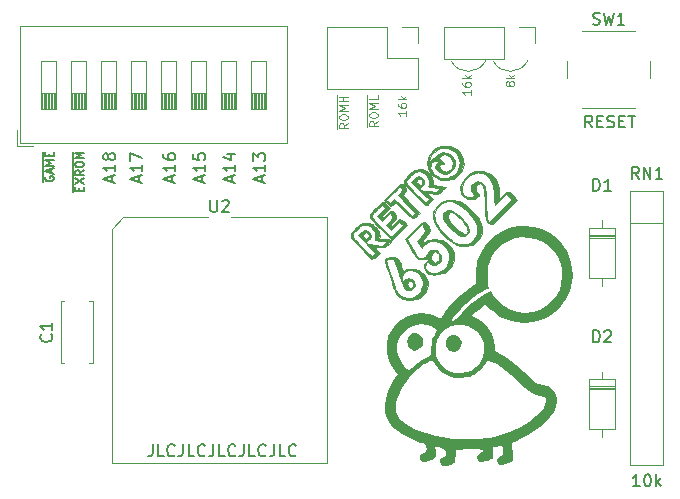
<source format=gbr>
%TF.GenerationSoftware,KiCad,Pcbnew,8.0.2*%
%TF.CreationDate,2024-09-02T19:20:55+02:00*%
%TF.ProjectId,c64-megacart,6336342d-6d65-4676-9163-6172742e6b69,rev?*%
%TF.SameCoordinates,Original*%
%TF.FileFunction,Legend,Top*%
%TF.FilePolarity,Positive*%
%FSLAX46Y46*%
G04 Gerber Fmt 4.6, Leading zero omitted, Abs format (unit mm)*
G04 Created by KiCad (PCBNEW 8.0.2) date 2024-09-02 19:20:55*
%MOMM*%
%LPD*%
G01*
G04 APERTURE LIST*
%ADD10C,0.120000*%
%ADD11C,0.200000*%
%ADD12C,0.150000*%
%ADD13C,0.100000*%
%ADD14C,0.010000*%
%ADD15C,0.000000*%
G04 APERTURE END LIST*
D10*
X68014976Y-30983484D02*
G75*
G02*
X65104003Y-31026421I-1466976J757484D01*
G01*
X64458976Y-30983484D02*
G75*
G02*
X61548003Y-31026421I-1466976J757484D01*
G01*
D11*
X45505504Y-41195475D02*
X45505504Y-40719285D01*
X45791219Y-41290713D02*
X44791219Y-40957380D01*
X44791219Y-40957380D02*
X45791219Y-40624047D01*
X45791219Y-39766904D02*
X45791219Y-40338332D01*
X45791219Y-40052618D02*
X44791219Y-40052618D01*
X44791219Y-40052618D02*
X44934076Y-40147856D01*
X44934076Y-40147856D02*
X45029314Y-40243094D01*
X45029314Y-40243094D02*
X45076933Y-40338332D01*
X44791219Y-39433570D02*
X44791219Y-38814523D01*
X44791219Y-38814523D02*
X45172171Y-39147856D01*
X45172171Y-39147856D02*
X45172171Y-39004999D01*
X45172171Y-39004999D02*
X45219790Y-38909761D01*
X45219790Y-38909761D02*
X45267409Y-38862142D01*
X45267409Y-38862142D02*
X45362647Y-38814523D01*
X45362647Y-38814523D02*
X45600742Y-38814523D01*
X45600742Y-38814523D02*
X45695980Y-38862142D01*
X45695980Y-38862142D02*
X45743600Y-38909761D01*
X45743600Y-38909761D02*
X45791219Y-39004999D01*
X45791219Y-39004999D02*
X45791219Y-39290713D01*
X45791219Y-39290713D02*
X45743600Y-39385951D01*
X45743600Y-39385951D02*
X45695980Y-39433570D01*
X42965504Y-41195475D02*
X42965504Y-40719285D01*
X43251219Y-41290713D02*
X42251219Y-40957380D01*
X42251219Y-40957380D02*
X43251219Y-40624047D01*
X43251219Y-39766904D02*
X43251219Y-40338332D01*
X43251219Y-40052618D02*
X42251219Y-40052618D01*
X42251219Y-40052618D02*
X42394076Y-40147856D01*
X42394076Y-40147856D02*
X42489314Y-40243094D01*
X42489314Y-40243094D02*
X42536933Y-40338332D01*
X42584552Y-38909761D02*
X43251219Y-38909761D01*
X42203600Y-39147856D02*
X42917885Y-39385951D01*
X42917885Y-39385951D02*
X42917885Y-38766904D01*
X40425504Y-41195475D02*
X40425504Y-40719285D01*
X40711219Y-41290713D02*
X39711219Y-40957380D01*
X39711219Y-40957380D02*
X40711219Y-40624047D01*
X40711219Y-39766904D02*
X40711219Y-40338332D01*
X40711219Y-40052618D02*
X39711219Y-40052618D01*
X39711219Y-40052618D02*
X39854076Y-40147856D01*
X39854076Y-40147856D02*
X39949314Y-40243094D01*
X39949314Y-40243094D02*
X39996933Y-40338332D01*
X39711219Y-38862142D02*
X39711219Y-39338332D01*
X39711219Y-39338332D02*
X40187409Y-39385951D01*
X40187409Y-39385951D02*
X40139790Y-39338332D01*
X40139790Y-39338332D02*
X40092171Y-39243094D01*
X40092171Y-39243094D02*
X40092171Y-39004999D01*
X40092171Y-39004999D02*
X40139790Y-38909761D01*
X40139790Y-38909761D02*
X40187409Y-38862142D01*
X40187409Y-38862142D02*
X40282647Y-38814523D01*
X40282647Y-38814523D02*
X40520742Y-38814523D01*
X40520742Y-38814523D02*
X40615980Y-38862142D01*
X40615980Y-38862142D02*
X40663600Y-38909761D01*
X40663600Y-38909761D02*
X40711219Y-39004999D01*
X40711219Y-39004999D02*
X40711219Y-39243094D01*
X40711219Y-39243094D02*
X40663600Y-39338332D01*
X40663600Y-39338332D02*
X40615980Y-39385951D01*
X35091504Y-41195475D02*
X35091504Y-40719285D01*
X35377219Y-41290713D02*
X34377219Y-40957380D01*
X34377219Y-40957380D02*
X35377219Y-40624047D01*
X35377219Y-39766904D02*
X35377219Y-40338332D01*
X35377219Y-40052618D02*
X34377219Y-40052618D01*
X34377219Y-40052618D02*
X34520076Y-40147856D01*
X34520076Y-40147856D02*
X34615314Y-40243094D01*
X34615314Y-40243094D02*
X34662933Y-40338332D01*
X34377219Y-39433570D02*
X34377219Y-38766904D01*
X34377219Y-38766904D02*
X35377219Y-39195475D01*
X37885504Y-41195475D02*
X37885504Y-40719285D01*
X38171219Y-41290713D02*
X37171219Y-40957380D01*
X37171219Y-40957380D02*
X38171219Y-40624047D01*
X38171219Y-39766904D02*
X38171219Y-40338332D01*
X38171219Y-40052618D02*
X37171219Y-40052618D01*
X37171219Y-40052618D02*
X37314076Y-40147856D01*
X37314076Y-40147856D02*
X37409314Y-40243094D01*
X37409314Y-40243094D02*
X37456933Y-40338332D01*
X37171219Y-38909761D02*
X37171219Y-39100237D01*
X37171219Y-39100237D02*
X37218838Y-39195475D01*
X37218838Y-39195475D02*
X37266457Y-39243094D01*
X37266457Y-39243094D02*
X37409314Y-39338332D01*
X37409314Y-39338332D02*
X37599790Y-39385951D01*
X37599790Y-39385951D02*
X37980742Y-39385951D01*
X37980742Y-39385951D02*
X38075980Y-39338332D01*
X38075980Y-39338332D02*
X38123600Y-39290713D01*
X38123600Y-39290713D02*
X38171219Y-39195475D01*
X38171219Y-39195475D02*
X38171219Y-39004999D01*
X38171219Y-39004999D02*
X38123600Y-38909761D01*
X38123600Y-38909761D02*
X38075980Y-38862142D01*
X38075980Y-38862142D02*
X37980742Y-38814523D01*
X37980742Y-38814523D02*
X37742647Y-38814523D01*
X37742647Y-38814523D02*
X37647409Y-38862142D01*
X37647409Y-38862142D02*
X37599790Y-38909761D01*
X37599790Y-38909761D02*
X37552171Y-39004999D01*
X37552171Y-39004999D02*
X37552171Y-39195475D01*
X37552171Y-39195475D02*
X37599790Y-39290713D01*
X37599790Y-39290713D02*
X37647409Y-39338332D01*
X37647409Y-39338332D02*
X37742647Y-39385951D01*
X32805504Y-41195475D02*
X32805504Y-40719285D01*
X33091219Y-41290713D02*
X32091219Y-40957380D01*
X32091219Y-40957380D02*
X33091219Y-40624047D01*
X33091219Y-39766904D02*
X33091219Y-40338332D01*
X33091219Y-40052618D02*
X32091219Y-40052618D01*
X32091219Y-40052618D02*
X32234076Y-40147856D01*
X32234076Y-40147856D02*
X32329314Y-40243094D01*
X32329314Y-40243094D02*
X32376933Y-40338332D01*
X32519790Y-39195475D02*
X32472171Y-39290713D01*
X32472171Y-39290713D02*
X32424552Y-39338332D01*
X32424552Y-39338332D02*
X32329314Y-39385951D01*
X32329314Y-39385951D02*
X32281695Y-39385951D01*
X32281695Y-39385951D02*
X32186457Y-39338332D01*
X32186457Y-39338332D02*
X32138838Y-39290713D01*
X32138838Y-39290713D02*
X32091219Y-39195475D01*
X32091219Y-39195475D02*
X32091219Y-39004999D01*
X32091219Y-39004999D02*
X32138838Y-38909761D01*
X32138838Y-38909761D02*
X32186457Y-38862142D01*
X32186457Y-38862142D02*
X32281695Y-38814523D01*
X32281695Y-38814523D02*
X32329314Y-38814523D01*
X32329314Y-38814523D02*
X32424552Y-38862142D01*
X32424552Y-38862142D02*
X32472171Y-38909761D01*
X32472171Y-38909761D02*
X32519790Y-39004999D01*
X32519790Y-39004999D02*
X32519790Y-39195475D01*
X32519790Y-39195475D02*
X32567409Y-39290713D01*
X32567409Y-39290713D02*
X32615028Y-39338332D01*
X32615028Y-39338332D02*
X32710266Y-39385951D01*
X32710266Y-39385951D02*
X32900742Y-39385951D01*
X32900742Y-39385951D02*
X32995980Y-39338332D01*
X32995980Y-39338332D02*
X33043600Y-39290713D01*
X33043600Y-39290713D02*
X33091219Y-39195475D01*
X33091219Y-39195475D02*
X33091219Y-39004999D01*
X33091219Y-39004999D02*
X33043600Y-38909761D01*
X33043600Y-38909761D02*
X32995980Y-38862142D01*
X32995980Y-38862142D02*
X32900742Y-38814523D01*
X32900742Y-38814523D02*
X32710266Y-38814523D01*
X32710266Y-38814523D02*
X32615028Y-38862142D01*
X32615028Y-38862142D02*
X32567409Y-38909761D01*
X32567409Y-38909761D02*
X32519790Y-39004999D01*
D12*
X27208366Y-40799046D02*
X27175033Y-40865713D01*
X27175033Y-40865713D02*
X27175033Y-40965713D01*
X27175033Y-40965713D02*
X27208366Y-41065713D01*
X27208366Y-41065713D02*
X27275033Y-41132380D01*
X27275033Y-41132380D02*
X27341700Y-41165713D01*
X27341700Y-41165713D02*
X27475033Y-41199046D01*
X27475033Y-41199046D02*
X27575033Y-41199046D01*
X27575033Y-41199046D02*
X27708366Y-41165713D01*
X27708366Y-41165713D02*
X27775033Y-41132380D01*
X27775033Y-41132380D02*
X27841700Y-41065713D01*
X27841700Y-41065713D02*
X27875033Y-40965713D01*
X27875033Y-40965713D02*
X27875033Y-40899046D01*
X27875033Y-40899046D02*
X27841700Y-40799046D01*
X27841700Y-40799046D02*
X27808366Y-40765713D01*
X27808366Y-40765713D02*
X27575033Y-40765713D01*
X27575033Y-40765713D02*
X27575033Y-40899046D01*
X27675033Y-40499046D02*
X27675033Y-40165713D01*
X27875033Y-40565713D02*
X27175033Y-40332380D01*
X27175033Y-40332380D02*
X27875033Y-40099046D01*
X27875033Y-39865713D02*
X27175033Y-39865713D01*
X27175033Y-39865713D02*
X27675033Y-39632380D01*
X27675033Y-39632380D02*
X27175033Y-39399046D01*
X27175033Y-39399046D02*
X27875033Y-39399046D01*
X27508366Y-39065713D02*
X27508366Y-38832380D01*
X27875033Y-38732380D02*
X27875033Y-39065713D01*
X27875033Y-39065713D02*
X27175033Y-39065713D01*
X27175033Y-39065713D02*
X27175033Y-38732380D01*
X26980700Y-41262380D02*
X26980700Y-38669047D01*
D13*
X66466633Y-32989000D02*
X66433300Y-33055667D01*
X66433300Y-33055667D02*
X66399966Y-33089000D01*
X66399966Y-33089000D02*
X66333300Y-33122333D01*
X66333300Y-33122333D02*
X66299966Y-33122333D01*
X66299966Y-33122333D02*
X66233300Y-33089000D01*
X66233300Y-33089000D02*
X66199966Y-33055667D01*
X66199966Y-33055667D02*
X66166633Y-32989000D01*
X66166633Y-32989000D02*
X66166633Y-32855667D01*
X66166633Y-32855667D02*
X66199966Y-32789000D01*
X66199966Y-32789000D02*
X66233300Y-32755667D01*
X66233300Y-32755667D02*
X66299966Y-32722333D01*
X66299966Y-32722333D02*
X66333300Y-32722333D01*
X66333300Y-32722333D02*
X66399966Y-32755667D01*
X66399966Y-32755667D02*
X66433300Y-32789000D01*
X66433300Y-32789000D02*
X66466633Y-32855667D01*
X66466633Y-32855667D02*
X66466633Y-32989000D01*
X66466633Y-32989000D02*
X66499966Y-33055667D01*
X66499966Y-33055667D02*
X66533300Y-33089000D01*
X66533300Y-33089000D02*
X66599966Y-33122333D01*
X66599966Y-33122333D02*
X66733300Y-33122333D01*
X66733300Y-33122333D02*
X66799966Y-33089000D01*
X66799966Y-33089000D02*
X66833300Y-33055667D01*
X66833300Y-33055667D02*
X66866633Y-32989000D01*
X66866633Y-32989000D02*
X66866633Y-32855667D01*
X66866633Y-32855667D02*
X66833300Y-32789000D01*
X66833300Y-32789000D02*
X66799966Y-32755667D01*
X66799966Y-32755667D02*
X66733300Y-32722333D01*
X66733300Y-32722333D02*
X66599966Y-32722333D01*
X66599966Y-32722333D02*
X66533300Y-32755667D01*
X66533300Y-32755667D02*
X66499966Y-32789000D01*
X66499966Y-32789000D02*
X66466633Y-32855667D01*
X66866633Y-32422333D02*
X66166633Y-32422333D01*
X66599966Y-32355666D02*
X66866633Y-32155666D01*
X66399966Y-32155666D02*
X66666633Y-32422333D01*
X52769633Y-36248000D02*
X52436300Y-36481333D01*
X52769633Y-36648000D02*
X52069633Y-36648000D01*
X52069633Y-36648000D02*
X52069633Y-36381333D01*
X52069633Y-36381333D02*
X52102966Y-36314667D01*
X52102966Y-36314667D02*
X52136300Y-36281333D01*
X52136300Y-36281333D02*
X52202966Y-36248000D01*
X52202966Y-36248000D02*
X52302966Y-36248000D01*
X52302966Y-36248000D02*
X52369633Y-36281333D01*
X52369633Y-36281333D02*
X52402966Y-36314667D01*
X52402966Y-36314667D02*
X52436300Y-36381333D01*
X52436300Y-36381333D02*
X52436300Y-36648000D01*
X52069633Y-35814667D02*
X52069633Y-35681333D01*
X52069633Y-35681333D02*
X52102966Y-35614667D01*
X52102966Y-35614667D02*
X52169633Y-35548000D01*
X52169633Y-35548000D02*
X52302966Y-35514667D01*
X52302966Y-35514667D02*
X52536300Y-35514667D01*
X52536300Y-35514667D02*
X52669633Y-35548000D01*
X52669633Y-35548000D02*
X52736300Y-35614667D01*
X52736300Y-35614667D02*
X52769633Y-35681333D01*
X52769633Y-35681333D02*
X52769633Y-35814667D01*
X52769633Y-35814667D02*
X52736300Y-35881333D01*
X52736300Y-35881333D02*
X52669633Y-35948000D01*
X52669633Y-35948000D02*
X52536300Y-35981333D01*
X52536300Y-35981333D02*
X52302966Y-35981333D01*
X52302966Y-35981333D02*
X52169633Y-35948000D01*
X52169633Y-35948000D02*
X52102966Y-35881333D01*
X52102966Y-35881333D02*
X52069633Y-35814667D01*
X52769633Y-35214667D02*
X52069633Y-35214667D01*
X52069633Y-35214667D02*
X52569633Y-34981334D01*
X52569633Y-34981334D02*
X52069633Y-34748000D01*
X52069633Y-34748000D02*
X52769633Y-34748000D01*
X52769633Y-34414667D02*
X52069633Y-34414667D01*
X52402966Y-34414667D02*
X52402966Y-34014667D01*
X52769633Y-34014667D02*
X52069633Y-34014667D01*
X51875300Y-36744667D02*
X51875300Y-33918001D01*
X55309633Y-36081333D02*
X54976300Y-36314666D01*
X55309633Y-36481333D02*
X54609633Y-36481333D01*
X54609633Y-36481333D02*
X54609633Y-36214666D01*
X54609633Y-36214666D02*
X54642966Y-36148000D01*
X54642966Y-36148000D02*
X54676300Y-36114666D01*
X54676300Y-36114666D02*
X54742966Y-36081333D01*
X54742966Y-36081333D02*
X54842966Y-36081333D01*
X54842966Y-36081333D02*
X54909633Y-36114666D01*
X54909633Y-36114666D02*
X54942966Y-36148000D01*
X54942966Y-36148000D02*
X54976300Y-36214666D01*
X54976300Y-36214666D02*
X54976300Y-36481333D01*
X54609633Y-35648000D02*
X54609633Y-35514666D01*
X54609633Y-35514666D02*
X54642966Y-35448000D01*
X54642966Y-35448000D02*
X54709633Y-35381333D01*
X54709633Y-35381333D02*
X54842966Y-35348000D01*
X54842966Y-35348000D02*
X55076300Y-35348000D01*
X55076300Y-35348000D02*
X55209633Y-35381333D01*
X55209633Y-35381333D02*
X55276300Y-35448000D01*
X55276300Y-35448000D02*
X55309633Y-35514666D01*
X55309633Y-35514666D02*
X55309633Y-35648000D01*
X55309633Y-35648000D02*
X55276300Y-35714666D01*
X55276300Y-35714666D02*
X55209633Y-35781333D01*
X55209633Y-35781333D02*
X55076300Y-35814666D01*
X55076300Y-35814666D02*
X54842966Y-35814666D01*
X54842966Y-35814666D02*
X54709633Y-35781333D01*
X54709633Y-35781333D02*
X54642966Y-35714666D01*
X54642966Y-35714666D02*
X54609633Y-35648000D01*
X55309633Y-35048000D02*
X54609633Y-35048000D01*
X54609633Y-35048000D02*
X55109633Y-34814667D01*
X55109633Y-34814667D02*
X54609633Y-34581333D01*
X54609633Y-34581333D02*
X55309633Y-34581333D01*
X55309633Y-33914667D02*
X55309633Y-34248000D01*
X55309633Y-34248000D02*
X54609633Y-34248000D01*
X54415300Y-36578000D02*
X54415300Y-33918000D01*
X57722633Y-35214666D02*
X57722633Y-35614666D01*
X57722633Y-35414666D02*
X57022633Y-35414666D01*
X57022633Y-35414666D02*
X57122633Y-35481333D01*
X57122633Y-35481333D02*
X57189300Y-35548000D01*
X57189300Y-35548000D02*
X57222633Y-35614666D01*
X57022633Y-34614666D02*
X57022633Y-34747999D01*
X57022633Y-34747999D02*
X57055966Y-34814666D01*
X57055966Y-34814666D02*
X57089300Y-34847999D01*
X57089300Y-34847999D02*
X57189300Y-34914666D01*
X57189300Y-34914666D02*
X57322633Y-34947999D01*
X57322633Y-34947999D02*
X57589300Y-34947999D01*
X57589300Y-34947999D02*
X57655966Y-34914666D01*
X57655966Y-34914666D02*
X57689300Y-34881333D01*
X57689300Y-34881333D02*
X57722633Y-34814666D01*
X57722633Y-34814666D02*
X57722633Y-34681333D01*
X57722633Y-34681333D02*
X57689300Y-34614666D01*
X57689300Y-34614666D02*
X57655966Y-34581333D01*
X57655966Y-34581333D02*
X57589300Y-34547999D01*
X57589300Y-34547999D02*
X57422633Y-34547999D01*
X57422633Y-34547999D02*
X57355966Y-34581333D01*
X57355966Y-34581333D02*
X57322633Y-34614666D01*
X57322633Y-34614666D02*
X57289300Y-34681333D01*
X57289300Y-34681333D02*
X57289300Y-34814666D01*
X57289300Y-34814666D02*
X57322633Y-34881333D01*
X57322633Y-34881333D02*
X57355966Y-34914666D01*
X57355966Y-34914666D02*
X57422633Y-34947999D01*
X57722633Y-34247999D02*
X57022633Y-34247999D01*
X57455966Y-34181332D02*
X57722633Y-33981332D01*
X57255966Y-33981332D02*
X57522633Y-34247999D01*
D12*
X36259237Y-63462819D02*
X36259237Y-64177104D01*
X36259237Y-64177104D02*
X36211618Y-64319961D01*
X36211618Y-64319961D02*
X36116380Y-64415200D01*
X36116380Y-64415200D02*
X35973523Y-64462819D01*
X35973523Y-64462819D02*
X35878285Y-64462819D01*
X37211618Y-64462819D02*
X36735428Y-64462819D01*
X36735428Y-64462819D02*
X36735428Y-63462819D01*
X38116380Y-64367580D02*
X38068761Y-64415200D01*
X38068761Y-64415200D02*
X37925904Y-64462819D01*
X37925904Y-64462819D02*
X37830666Y-64462819D01*
X37830666Y-64462819D02*
X37687809Y-64415200D01*
X37687809Y-64415200D02*
X37592571Y-64319961D01*
X37592571Y-64319961D02*
X37544952Y-64224723D01*
X37544952Y-64224723D02*
X37497333Y-64034247D01*
X37497333Y-64034247D02*
X37497333Y-63891390D01*
X37497333Y-63891390D02*
X37544952Y-63700914D01*
X37544952Y-63700914D02*
X37592571Y-63605676D01*
X37592571Y-63605676D02*
X37687809Y-63510438D01*
X37687809Y-63510438D02*
X37830666Y-63462819D01*
X37830666Y-63462819D02*
X37925904Y-63462819D01*
X37925904Y-63462819D02*
X38068761Y-63510438D01*
X38068761Y-63510438D02*
X38116380Y-63558057D01*
X38830666Y-63462819D02*
X38830666Y-64177104D01*
X38830666Y-64177104D02*
X38783047Y-64319961D01*
X38783047Y-64319961D02*
X38687809Y-64415200D01*
X38687809Y-64415200D02*
X38544952Y-64462819D01*
X38544952Y-64462819D02*
X38449714Y-64462819D01*
X39783047Y-64462819D02*
X39306857Y-64462819D01*
X39306857Y-64462819D02*
X39306857Y-63462819D01*
X40687809Y-64367580D02*
X40640190Y-64415200D01*
X40640190Y-64415200D02*
X40497333Y-64462819D01*
X40497333Y-64462819D02*
X40402095Y-64462819D01*
X40402095Y-64462819D02*
X40259238Y-64415200D01*
X40259238Y-64415200D02*
X40164000Y-64319961D01*
X40164000Y-64319961D02*
X40116381Y-64224723D01*
X40116381Y-64224723D02*
X40068762Y-64034247D01*
X40068762Y-64034247D02*
X40068762Y-63891390D01*
X40068762Y-63891390D02*
X40116381Y-63700914D01*
X40116381Y-63700914D02*
X40164000Y-63605676D01*
X40164000Y-63605676D02*
X40259238Y-63510438D01*
X40259238Y-63510438D02*
X40402095Y-63462819D01*
X40402095Y-63462819D02*
X40497333Y-63462819D01*
X40497333Y-63462819D02*
X40640190Y-63510438D01*
X40640190Y-63510438D02*
X40687809Y-63558057D01*
X41402095Y-63462819D02*
X41402095Y-64177104D01*
X41402095Y-64177104D02*
X41354476Y-64319961D01*
X41354476Y-64319961D02*
X41259238Y-64415200D01*
X41259238Y-64415200D02*
X41116381Y-64462819D01*
X41116381Y-64462819D02*
X41021143Y-64462819D01*
X42354476Y-64462819D02*
X41878286Y-64462819D01*
X41878286Y-64462819D02*
X41878286Y-63462819D01*
X43259238Y-64367580D02*
X43211619Y-64415200D01*
X43211619Y-64415200D02*
X43068762Y-64462819D01*
X43068762Y-64462819D02*
X42973524Y-64462819D01*
X42973524Y-64462819D02*
X42830667Y-64415200D01*
X42830667Y-64415200D02*
X42735429Y-64319961D01*
X42735429Y-64319961D02*
X42687810Y-64224723D01*
X42687810Y-64224723D02*
X42640191Y-64034247D01*
X42640191Y-64034247D02*
X42640191Y-63891390D01*
X42640191Y-63891390D02*
X42687810Y-63700914D01*
X42687810Y-63700914D02*
X42735429Y-63605676D01*
X42735429Y-63605676D02*
X42830667Y-63510438D01*
X42830667Y-63510438D02*
X42973524Y-63462819D01*
X42973524Y-63462819D02*
X43068762Y-63462819D01*
X43068762Y-63462819D02*
X43211619Y-63510438D01*
X43211619Y-63510438D02*
X43259238Y-63558057D01*
X43973524Y-63462819D02*
X43973524Y-64177104D01*
X43973524Y-64177104D02*
X43925905Y-64319961D01*
X43925905Y-64319961D02*
X43830667Y-64415200D01*
X43830667Y-64415200D02*
X43687810Y-64462819D01*
X43687810Y-64462819D02*
X43592572Y-64462819D01*
X44925905Y-64462819D02*
X44449715Y-64462819D01*
X44449715Y-64462819D02*
X44449715Y-63462819D01*
X45830667Y-64367580D02*
X45783048Y-64415200D01*
X45783048Y-64415200D02*
X45640191Y-64462819D01*
X45640191Y-64462819D02*
X45544953Y-64462819D01*
X45544953Y-64462819D02*
X45402096Y-64415200D01*
X45402096Y-64415200D02*
X45306858Y-64319961D01*
X45306858Y-64319961D02*
X45259239Y-64224723D01*
X45259239Y-64224723D02*
X45211620Y-64034247D01*
X45211620Y-64034247D02*
X45211620Y-63891390D01*
X45211620Y-63891390D02*
X45259239Y-63700914D01*
X45259239Y-63700914D02*
X45306858Y-63605676D01*
X45306858Y-63605676D02*
X45402096Y-63510438D01*
X45402096Y-63510438D02*
X45544953Y-63462819D01*
X45544953Y-63462819D02*
X45640191Y-63462819D01*
X45640191Y-63462819D02*
X45783048Y-63510438D01*
X45783048Y-63510438D02*
X45830667Y-63558057D01*
X46544953Y-63462819D02*
X46544953Y-64177104D01*
X46544953Y-64177104D02*
X46497334Y-64319961D01*
X46497334Y-64319961D02*
X46402096Y-64415200D01*
X46402096Y-64415200D02*
X46259239Y-64462819D01*
X46259239Y-64462819D02*
X46164001Y-64462819D01*
X47497334Y-64462819D02*
X47021144Y-64462819D01*
X47021144Y-64462819D02*
X47021144Y-63462819D01*
X48402096Y-64367580D02*
X48354477Y-64415200D01*
X48354477Y-64415200D02*
X48211620Y-64462819D01*
X48211620Y-64462819D02*
X48116382Y-64462819D01*
X48116382Y-64462819D02*
X47973525Y-64415200D01*
X47973525Y-64415200D02*
X47878287Y-64319961D01*
X47878287Y-64319961D02*
X47830668Y-64224723D01*
X47830668Y-64224723D02*
X47783049Y-64034247D01*
X47783049Y-64034247D02*
X47783049Y-63891390D01*
X47783049Y-63891390D02*
X47830668Y-63700914D01*
X47830668Y-63700914D02*
X47878287Y-63605676D01*
X47878287Y-63605676D02*
X47973525Y-63510438D01*
X47973525Y-63510438D02*
X48116382Y-63462819D01*
X48116382Y-63462819D02*
X48211620Y-63462819D01*
X48211620Y-63462819D02*
X48354477Y-63510438D01*
X48354477Y-63510438D02*
X48402096Y-63558057D01*
D13*
X63183633Y-33436666D02*
X63183633Y-33836666D01*
X63183633Y-33636666D02*
X62483633Y-33636666D01*
X62483633Y-33636666D02*
X62583633Y-33703333D01*
X62583633Y-33703333D02*
X62650300Y-33770000D01*
X62650300Y-33770000D02*
X62683633Y-33836666D01*
X62483633Y-32836666D02*
X62483633Y-32969999D01*
X62483633Y-32969999D02*
X62516966Y-33036666D01*
X62516966Y-33036666D02*
X62550300Y-33069999D01*
X62550300Y-33069999D02*
X62650300Y-33136666D01*
X62650300Y-33136666D02*
X62783633Y-33169999D01*
X62783633Y-33169999D02*
X63050300Y-33169999D01*
X63050300Y-33169999D02*
X63116966Y-33136666D01*
X63116966Y-33136666D02*
X63150300Y-33103333D01*
X63150300Y-33103333D02*
X63183633Y-33036666D01*
X63183633Y-33036666D02*
X63183633Y-32903333D01*
X63183633Y-32903333D02*
X63150300Y-32836666D01*
X63150300Y-32836666D02*
X63116966Y-32803333D01*
X63116966Y-32803333D02*
X63050300Y-32769999D01*
X63050300Y-32769999D02*
X62883633Y-32769999D01*
X62883633Y-32769999D02*
X62816966Y-32803333D01*
X62816966Y-32803333D02*
X62783633Y-32836666D01*
X62783633Y-32836666D02*
X62750300Y-32903333D01*
X62750300Y-32903333D02*
X62750300Y-33036666D01*
X62750300Y-33036666D02*
X62783633Y-33103333D01*
X62783633Y-33103333D02*
X62816966Y-33136666D01*
X62816966Y-33136666D02*
X62883633Y-33169999D01*
X63183633Y-32469999D02*
X62483633Y-32469999D01*
X62916966Y-32403332D02*
X63183633Y-32203332D01*
X62716966Y-32203332D02*
X62983633Y-32469999D01*
D12*
X30048366Y-41965713D02*
X30048366Y-41732380D01*
X30415033Y-41632380D02*
X30415033Y-41965713D01*
X30415033Y-41965713D02*
X29715033Y-41965713D01*
X29715033Y-41965713D02*
X29715033Y-41632380D01*
X29715033Y-41399047D02*
X30415033Y-40932380D01*
X29715033Y-40932380D02*
X30415033Y-41399047D01*
X30415033Y-40265713D02*
X30081700Y-40499046D01*
X30415033Y-40665713D02*
X29715033Y-40665713D01*
X29715033Y-40665713D02*
X29715033Y-40399046D01*
X29715033Y-40399046D02*
X29748366Y-40332380D01*
X29748366Y-40332380D02*
X29781700Y-40299046D01*
X29781700Y-40299046D02*
X29848366Y-40265713D01*
X29848366Y-40265713D02*
X29948366Y-40265713D01*
X29948366Y-40265713D02*
X30015033Y-40299046D01*
X30015033Y-40299046D02*
X30048366Y-40332380D01*
X30048366Y-40332380D02*
X30081700Y-40399046D01*
X30081700Y-40399046D02*
X30081700Y-40665713D01*
X29715033Y-39832380D02*
X29715033Y-39699046D01*
X29715033Y-39699046D02*
X29748366Y-39632380D01*
X29748366Y-39632380D02*
X29815033Y-39565713D01*
X29815033Y-39565713D02*
X29948366Y-39532380D01*
X29948366Y-39532380D02*
X30181700Y-39532380D01*
X30181700Y-39532380D02*
X30315033Y-39565713D01*
X30315033Y-39565713D02*
X30381700Y-39632380D01*
X30381700Y-39632380D02*
X30415033Y-39699046D01*
X30415033Y-39699046D02*
X30415033Y-39832380D01*
X30415033Y-39832380D02*
X30381700Y-39899046D01*
X30381700Y-39899046D02*
X30315033Y-39965713D01*
X30315033Y-39965713D02*
X30181700Y-39999046D01*
X30181700Y-39999046D02*
X29948366Y-39999046D01*
X29948366Y-39999046D02*
X29815033Y-39965713D01*
X29815033Y-39965713D02*
X29748366Y-39899046D01*
X29748366Y-39899046D02*
X29715033Y-39832380D01*
X30415033Y-39232380D02*
X29715033Y-39232380D01*
X29715033Y-39232380D02*
X30215033Y-38999047D01*
X30215033Y-38999047D02*
X29715033Y-38765713D01*
X29715033Y-38765713D02*
X30415033Y-38765713D01*
X29520700Y-42062380D02*
X29520700Y-38669047D01*
X27664580Y-54141666D02*
X27712200Y-54189285D01*
X27712200Y-54189285D02*
X27759819Y-54332142D01*
X27759819Y-54332142D02*
X27759819Y-54427380D01*
X27759819Y-54427380D02*
X27712200Y-54570237D01*
X27712200Y-54570237D02*
X27616961Y-54665475D01*
X27616961Y-54665475D02*
X27521723Y-54713094D01*
X27521723Y-54713094D02*
X27331247Y-54760713D01*
X27331247Y-54760713D02*
X27188390Y-54760713D01*
X27188390Y-54760713D02*
X26997914Y-54713094D01*
X26997914Y-54713094D02*
X26902676Y-54665475D01*
X26902676Y-54665475D02*
X26807438Y-54570237D01*
X26807438Y-54570237D02*
X26759819Y-54427380D01*
X26759819Y-54427380D02*
X26759819Y-54332142D01*
X26759819Y-54332142D02*
X26807438Y-54189285D01*
X26807438Y-54189285D02*
X26855057Y-54141666D01*
X27759819Y-53189285D02*
X27759819Y-53760713D01*
X27759819Y-53474999D02*
X26759819Y-53474999D01*
X26759819Y-53474999D02*
X26902676Y-53570237D01*
X26902676Y-53570237D02*
X26997914Y-53665475D01*
X26997914Y-53665475D02*
X27045533Y-53760713D01*
X73544667Y-27871200D02*
X73687524Y-27918819D01*
X73687524Y-27918819D02*
X73925619Y-27918819D01*
X73925619Y-27918819D02*
X74020857Y-27871200D01*
X74020857Y-27871200D02*
X74068476Y-27823580D01*
X74068476Y-27823580D02*
X74116095Y-27728342D01*
X74116095Y-27728342D02*
X74116095Y-27633104D01*
X74116095Y-27633104D02*
X74068476Y-27537866D01*
X74068476Y-27537866D02*
X74020857Y-27490247D01*
X74020857Y-27490247D02*
X73925619Y-27442628D01*
X73925619Y-27442628D02*
X73735143Y-27395009D01*
X73735143Y-27395009D02*
X73639905Y-27347390D01*
X73639905Y-27347390D02*
X73592286Y-27299771D01*
X73592286Y-27299771D02*
X73544667Y-27204533D01*
X73544667Y-27204533D02*
X73544667Y-27109295D01*
X73544667Y-27109295D02*
X73592286Y-27014057D01*
X73592286Y-27014057D02*
X73639905Y-26966438D01*
X73639905Y-26966438D02*
X73735143Y-26918819D01*
X73735143Y-26918819D02*
X73973238Y-26918819D01*
X73973238Y-26918819D02*
X74116095Y-26966438D01*
X74449429Y-26918819D02*
X74687524Y-27918819D01*
X74687524Y-27918819D02*
X74878000Y-27204533D01*
X74878000Y-27204533D02*
X75068476Y-27918819D01*
X75068476Y-27918819D02*
X75306572Y-26918819D01*
X76211333Y-27918819D02*
X75639905Y-27918819D01*
X75925619Y-27918819D02*
X75925619Y-26918819D01*
X75925619Y-26918819D02*
X75830381Y-27061676D01*
X75830381Y-27061676D02*
X75735143Y-27156914D01*
X75735143Y-27156914D02*
X75639905Y-27204533D01*
X73477618Y-36618819D02*
X73144285Y-36142628D01*
X72906190Y-36618819D02*
X72906190Y-35618819D01*
X72906190Y-35618819D02*
X73287142Y-35618819D01*
X73287142Y-35618819D02*
X73382380Y-35666438D01*
X73382380Y-35666438D02*
X73429999Y-35714057D01*
X73429999Y-35714057D02*
X73477618Y-35809295D01*
X73477618Y-35809295D02*
X73477618Y-35952152D01*
X73477618Y-35952152D02*
X73429999Y-36047390D01*
X73429999Y-36047390D02*
X73382380Y-36095009D01*
X73382380Y-36095009D02*
X73287142Y-36142628D01*
X73287142Y-36142628D02*
X72906190Y-36142628D01*
X73906190Y-36095009D02*
X74239523Y-36095009D01*
X74382380Y-36618819D02*
X73906190Y-36618819D01*
X73906190Y-36618819D02*
X73906190Y-35618819D01*
X73906190Y-35618819D02*
X74382380Y-35618819D01*
X74763333Y-36571200D02*
X74906190Y-36618819D01*
X74906190Y-36618819D02*
X75144285Y-36618819D01*
X75144285Y-36618819D02*
X75239523Y-36571200D01*
X75239523Y-36571200D02*
X75287142Y-36523580D01*
X75287142Y-36523580D02*
X75334761Y-36428342D01*
X75334761Y-36428342D02*
X75334761Y-36333104D01*
X75334761Y-36333104D02*
X75287142Y-36237866D01*
X75287142Y-36237866D02*
X75239523Y-36190247D01*
X75239523Y-36190247D02*
X75144285Y-36142628D01*
X75144285Y-36142628D02*
X74953809Y-36095009D01*
X74953809Y-36095009D02*
X74858571Y-36047390D01*
X74858571Y-36047390D02*
X74810952Y-35999771D01*
X74810952Y-35999771D02*
X74763333Y-35904533D01*
X74763333Y-35904533D02*
X74763333Y-35809295D01*
X74763333Y-35809295D02*
X74810952Y-35714057D01*
X74810952Y-35714057D02*
X74858571Y-35666438D01*
X74858571Y-35666438D02*
X74953809Y-35618819D01*
X74953809Y-35618819D02*
X75191904Y-35618819D01*
X75191904Y-35618819D02*
X75334761Y-35666438D01*
X75763333Y-36095009D02*
X76096666Y-36095009D01*
X76239523Y-36618819D02*
X75763333Y-36618819D01*
X75763333Y-36618819D02*
X75763333Y-35618819D01*
X75763333Y-35618819D02*
X76239523Y-35618819D01*
X76525238Y-35618819D02*
X77096666Y-35618819D01*
X76810952Y-36618819D02*
X76810952Y-35618819D01*
X77414523Y-40967819D02*
X77081190Y-40491628D01*
X76843095Y-40967819D02*
X76843095Y-39967819D01*
X76843095Y-39967819D02*
X77224047Y-39967819D01*
X77224047Y-39967819D02*
X77319285Y-40015438D01*
X77319285Y-40015438D02*
X77366904Y-40063057D01*
X77366904Y-40063057D02*
X77414523Y-40158295D01*
X77414523Y-40158295D02*
X77414523Y-40301152D01*
X77414523Y-40301152D02*
X77366904Y-40396390D01*
X77366904Y-40396390D02*
X77319285Y-40444009D01*
X77319285Y-40444009D02*
X77224047Y-40491628D01*
X77224047Y-40491628D02*
X76843095Y-40491628D01*
X77843095Y-40967819D02*
X77843095Y-39967819D01*
X77843095Y-39967819D02*
X78414523Y-40967819D01*
X78414523Y-40967819D02*
X78414523Y-39967819D01*
X79414523Y-40967819D02*
X78843095Y-40967819D01*
X79128809Y-40967819D02*
X79128809Y-39967819D01*
X79128809Y-39967819D02*
X79033571Y-40110676D01*
X79033571Y-40110676D02*
X78938333Y-40205914D01*
X78938333Y-40205914D02*
X78843095Y-40253533D01*
X77509761Y-67002819D02*
X76938333Y-67002819D01*
X77224047Y-67002819D02*
X77224047Y-66002819D01*
X77224047Y-66002819D02*
X77128809Y-66145676D01*
X77128809Y-66145676D02*
X77033571Y-66240914D01*
X77033571Y-66240914D02*
X76938333Y-66288533D01*
X78128809Y-66002819D02*
X78224047Y-66002819D01*
X78224047Y-66002819D02*
X78319285Y-66050438D01*
X78319285Y-66050438D02*
X78366904Y-66098057D01*
X78366904Y-66098057D02*
X78414523Y-66193295D01*
X78414523Y-66193295D02*
X78462142Y-66383771D01*
X78462142Y-66383771D02*
X78462142Y-66621866D01*
X78462142Y-66621866D02*
X78414523Y-66812342D01*
X78414523Y-66812342D02*
X78366904Y-66907580D01*
X78366904Y-66907580D02*
X78319285Y-66955200D01*
X78319285Y-66955200D02*
X78224047Y-67002819D01*
X78224047Y-67002819D02*
X78128809Y-67002819D01*
X78128809Y-67002819D02*
X78033571Y-66955200D01*
X78033571Y-66955200D02*
X77985952Y-66907580D01*
X77985952Y-66907580D02*
X77938333Y-66812342D01*
X77938333Y-66812342D02*
X77890714Y-66621866D01*
X77890714Y-66621866D02*
X77890714Y-66383771D01*
X77890714Y-66383771D02*
X77938333Y-66193295D01*
X77938333Y-66193295D02*
X77985952Y-66098057D01*
X77985952Y-66098057D02*
X78033571Y-66050438D01*
X78033571Y-66050438D02*
X78128809Y-66002819D01*
X78890714Y-67002819D02*
X78890714Y-66002819D01*
X78985952Y-66621866D02*
X79271666Y-67002819D01*
X79271666Y-66336152D02*
X78890714Y-66717104D01*
X73556905Y-41983819D02*
X73556905Y-40983819D01*
X73556905Y-40983819D02*
X73795000Y-40983819D01*
X73795000Y-40983819D02*
X73937857Y-41031438D01*
X73937857Y-41031438D02*
X74033095Y-41126676D01*
X74033095Y-41126676D02*
X74080714Y-41221914D01*
X74080714Y-41221914D02*
X74128333Y-41412390D01*
X74128333Y-41412390D02*
X74128333Y-41555247D01*
X74128333Y-41555247D02*
X74080714Y-41745723D01*
X74080714Y-41745723D02*
X74033095Y-41840961D01*
X74033095Y-41840961D02*
X73937857Y-41936200D01*
X73937857Y-41936200D02*
X73795000Y-41983819D01*
X73795000Y-41983819D02*
X73556905Y-41983819D01*
X75080714Y-41983819D02*
X74509286Y-41983819D01*
X74795000Y-41983819D02*
X74795000Y-40983819D01*
X74795000Y-40983819D02*
X74699762Y-41126676D01*
X74699762Y-41126676D02*
X74604524Y-41221914D01*
X74604524Y-41221914D02*
X74509286Y-41269533D01*
X73556905Y-54810819D02*
X73556905Y-53810819D01*
X73556905Y-53810819D02*
X73795000Y-53810819D01*
X73795000Y-53810819D02*
X73937857Y-53858438D01*
X73937857Y-53858438D02*
X74033095Y-53953676D01*
X74033095Y-53953676D02*
X74080714Y-54048914D01*
X74080714Y-54048914D02*
X74128333Y-54239390D01*
X74128333Y-54239390D02*
X74128333Y-54382247D01*
X74128333Y-54382247D02*
X74080714Y-54572723D01*
X74080714Y-54572723D02*
X74033095Y-54667961D01*
X74033095Y-54667961D02*
X73937857Y-54763200D01*
X73937857Y-54763200D02*
X73795000Y-54810819D01*
X73795000Y-54810819D02*
X73556905Y-54810819D01*
X74509286Y-53906057D02*
X74556905Y-53858438D01*
X74556905Y-53858438D02*
X74652143Y-53810819D01*
X74652143Y-53810819D02*
X74890238Y-53810819D01*
X74890238Y-53810819D02*
X74985476Y-53858438D01*
X74985476Y-53858438D02*
X75033095Y-53906057D01*
X75033095Y-53906057D02*
X75080714Y-54001295D01*
X75080714Y-54001295D02*
X75080714Y-54096533D01*
X75080714Y-54096533D02*
X75033095Y-54239390D01*
X75033095Y-54239390D02*
X74461667Y-54810819D01*
X74461667Y-54810819D02*
X75080714Y-54810819D01*
X41148095Y-42764819D02*
X41148095Y-43574342D01*
X41148095Y-43574342D02*
X41195714Y-43669580D01*
X41195714Y-43669580D02*
X41243333Y-43717200D01*
X41243333Y-43717200D02*
X41338571Y-43764819D01*
X41338571Y-43764819D02*
X41529047Y-43764819D01*
X41529047Y-43764819D02*
X41624285Y-43717200D01*
X41624285Y-43717200D02*
X41671904Y-43669580D01*
X41671904Y-43669580D02*
X41719523Y-43574342D01*
X41719523Y-43574342D02*
X41719523Y-42764819D01*
X42148095Y-42860057D02*
X42195714Y-42812438D01*
X42195714Y-42812438D02*
X42290952Y-42764819D01*
X42290952Y-42764819D02*
X42529047Y-42764819D01*
X42529047Y-42764819D02*
X42624285Y-42812438D01*
X42624285Y-42812438D02*
X42671904Y-42860057D01*
X42671904Y-42860057D02*
X42719523Y-42955295D01*
X42719523Y-42955295D02*
X42719523Y-43050533D01*
X42719523Y-43050533D02*
X42671904Y-43193390D01*
X42671904Y-43193390D02*
X42100476Y-43764819D01*
X42100476Y-43764819D02*
X42719523Y-43764819D01*
D14*
%TO.C,G\u002A\u002A\u002A*%
X56603167Y-47616104D02*
X56743654Y-47630688D01*
X56837502Y-47653376D01*
X56933143Y-47693259D01*
X57012327Y-47744616D01*
X57080368Y-47815186D01*
X57142584Y-47912704D01*
X57204291Y-48044905D01*
X57270807Y-48219528D01*
X57315683Y-48349207D01*
X57467902Y-48799634D01*
X57533814Y-48756922D01*
X57650572Y-48688077D01*
X57759672Y-48642323D01*
X57877497Y-48615791D01*
X58020431Y-48604610D01*
X58179413Y-48604381D01*
X58435462Y-48620494D01*
X58650737Y-48660593D01*
X58836967Y-48727939D01*
X59005880Y-48825792D01*
X59025238Y-48839518D01*
X59214546Y-49009506D01*
X59364509Y-49212709D01*
X59472991Y-49440466D01*
X59537855Y-49684115D01*
X59556964Y-49934994D01*
X59528183Y-50184441D01*
X59449373Y-50423792D01*
X59427357Y-50469815D01*
X59326554Y-50630215D01*
X59192907Y-50787643D01*
X59041729Y-50926729D01*
X58888336Y-51032097D01*
X58844886Y-51054501D01*
X58706361Y-51110622D01*
X58556609Y-51151116D01*
X58379546Y-51179560D01*
X58208801Y-51195937D01*
X58018791Y-51207427D01*
X57868043Y-51208090D01*
X57740171Y-51196533D01*
X57618787Y-51171365D01*
X57501280Y-51135836D01*
X57275925Y-51031538D01*
X57072694Y-50879539D01*
X57016677Y-50816973D01*
X56900273Y-50686958D01*
X56835778Y-50590165D01*
X56807317Y-50530901D01*
X56764056Y-50424869D01*
X56708383Y-50279054D01*
X56642691Y-50100452D01*
X56569370Y-49896051D01*
X56490811Y-49672844D01*
X56409403Y-49437823D01*
X56327538Y-49197978D01*
X56247606Y-48960301D01*
X56171999Y-48731783D01*
X56103106Y-48519414D01*
X56043319Y-48330186D01*
X55995028Y-48171093D01*
X55960623Y-48049122D01*
X55945392Y-47986313D01*
X55927908Y-47876243D01*
X55929730Y-47860120D01*
X56055895Y-47860120D01*
X56057426Y-47922214D01*
X56072188Y-48008030D01*
X56100807Y-48122338D01*
X56143905Y-48269907D01*
X56202105Y-48455509D01*
X56276032Y-48683914D01*
X56366307Y-48959891D01*
X56396644Y-49052589D01*
X56506684Y-49386639D01*
X56602382Y-49671303D01*
X56685662Y-49911251D01*
X56758448Y-50111148D01*
X56822664Y-50275661D01*
X56880231Y-50409455D01*
X56933074Y-50517198D01*
X56983116Y-50603557D01*
X57032281Y-50673196D01*
X57082493Y-50730784D01*
X57092606Y-50741044D01*
X57288346Y-50897834D01*
X57510004Y-51008502D01*
X57748534Y-51070368D01*
X57994883Y-51080752D01*
X58160645Y-51057391D01*
X58419970Y-50975018D01*
X58643654Y-50849214D01*
X58830760Y-50680701D01*
X58980350Y-50470196D01*
X59016663Y-50401229D01*
X59100051Y-50170307D01*
X59131992Y-49931420D01*
X59115203Y-49692488D01*
X59052398Y-49461441D01*
X58946293Y-49246200D01*
X58799601Y-49054692D01*
X58615039Y-48894844D01*
X58471281Y-48809268D01*
X58361449Y-48760105D01*
X58261248Y-48732206D01*
X58146208Y-48720352D01*
X58046856Y-48718797D01*
X57862043Y-48731462D01*
X57715285Y-48771172D01*
X57592736Y-48842780D01*
X57527112Y-48901024D01*
X57430965Y-49027626D01*
X57368862Y-49173454D01*
X57342138Y-49325716D01*
X57352131Y-49471617D01*
X57400175Y-49598361D01*
X57447869Y-49659939D01*
X57477034Y-49681349D01*
X57505083Y-49672134D01*
X57545952Y-49625231D01*
X57564069Y-49601031D01*
X57672206Y-49499687D01*
X57812116Y-49435406D01*
X57968418Y-49414228D01*
X58028475Y-49418679D01*
X58162362Y-49463386D01*
X58279021Y-49552020D01*
X58370162Y-49672776D01*
X58427502Y-49813847D01*
X58442753Y-49963430D01*
X58438683Y-50003065D01*
X58402440Y-50100816D01*
X58330732Y-50204456D01*
X58239249Y-50296025D01*
X58143684Y-50357563D01*
X58121641Y-50365946D01*
X57959249Y-50389647D01*
X57855918Y-50371602D01*
X57799758Y-50361796D01*
X57655432Y-50286503D01*
X57541081Y-50171416D01*
X57518491Y-50126286D01*
X57480435Y-50033925D01*
X57429247Y-49900662D01*
X57420673Y-49877449D01*
X57837080Y-49877449D01*
X57856396Y-49960445D01*
X57861951Y-49973899D01*
X57904630Y-50050553D01*
X57964125Y-50130685D01*
X58027706Y-50199814D01*
X58082648Y-50243457D01*
X58105839Y-50251389D01*
X58140650Y-50232995D01*
X58196144Y-50186860D01*
X58218229Y-50165607D01*
X58280677Y-50085986D01*
X58308161Y-49995242D01*
X58312197Y-49953820D01*
X58300656Y-49824121D01*
X58254505Y-49706824D01*
X58181849Y-49618600D01*
X58134895Y-49589116D01*
X58087229Y-49572000D01*
X58052109Y-49579798D01*
X58012279Y-49620817D01*
X57979671Y-49663849D01*
X57922181Y-49739934D01*
X57872091Y-49803593D01*
X57858130Y-49820408D01*
X57837080Y-49877449D01*
X57420673Y-49877449D01*
X57367255Y-49732834D01*
X57296791Y-49536772D01*
X57220186Y-49318809D01*
X57139770Y-49085279D01*
X57120407Y-49028343D01*
X57026783Y-48755386D01*
X56940975Y-48511217D01*
X56864624Y-48300226D01*
X56799368Y-48126798D01*
X56746848Y-47995324D01*
X56708703Y-47910192D01*
X56691548Y-47880668D01*
X56589183Y-47791982D01*
X56456751Y-47737992D01*
X56312543Y-47724267D01*
X56224909Y-47738515D01*
X56169629Y-47753555D01*
X56124463Y-47768465D01*
X56090038Y-47788016D01*
X56066974Y-47816978D01*
X56055895Y-47860120D01*
X55929730Y-47860120D01*
X55936314Y-47801848D01*
X55978029Y-47745464D01*
X56060475Y-47689430D01*
X56073225Y-47682026D01*
X56166066Y-47648212D01*
X56296951Y-47625519D01*
X56448458Y-47614599D01*
X56603167Y-47616104D01*
G36*
X56603167Y-47616104D02*
G01*
X56743654Y-47630688D01*
X56837502Y-47653376D01*
X56933143Y-47693259D01*
X57012327Y-47744616D01*
X57080368Y-47815186D01*
X57142584Y-47912704D01*
X57204291Y-48044905D01*
X57270807Y-48219528D01*
X57315683Y-48349207D01*
X57467902Y-48799634D01*
X57533814Y-48756922D01*
X57650572Y-48688077D01*
X57759672Y-48642323D01*
X57877497Y-48615791D01*
X58020431Y-48604610D01*
X58179413Y-48604381D01*
X58435462Y-48620494D01*
X58650737Y-48660593D01*
X58836967Y-48727939D01*
X59005880Y-48825792D01*
X59025238Y-48839518D01*
X59214546Y-49009506D01*
X59364509Y-49212709D01*
X59472991Y-49440466D01*
X59537855Y-49684115D01*
X59556964Y-49934994D01*
X59528183Y-50184441D01*
X59449373Y-50423792D01*
X59427357Y-50469815D01*
X59326554Y-50630215D01*
X59192907Y-50787643D01*
X59041729Y-50926729D01*
X58888336Y-51032097D01*
X58844886Y-51054501D01*
X58706361Y-51110622D01*
X58556609Y-51151116D01*
X58379546Y-51179560D01*
X58208801Y-51195937D01*
X58018791Y-51207427D01*
X57868043Y-51208090D01*
X57740171Y-51196533D01*
X57618787Y-51171365D01*
X57501280Y-51135836D01*
X57275925Y-51031538D01*
X57072694Y-50879539D01*
X57016677Y-50816973D01*
X56900273Y-50686958D01*
X56835778Y-50590165D01*
X56807317Y-50530901D01*
X56764056Y-50424869D01*
X56708383Y-50279054D01*
X56642691Y-50100452D01*
X56569370Y-49896051D01*
X56490811Y-49672844D01*
X56409403Y-49437823D01*
X56327538Y-49197978D01*
X56247606Y-48960301D01*
X56171999Y-48731783D01*
X56103106Y-48519414D01*
X56043319Y-48330186D01*
X55995028Y-48171093D01*
X55960623Y-48049122D01*
X55945392Y-47986313D01*
X55927908Y-47876243D01*
X55929730Y-47860120D01*
X56055895Y-47860120D01*
X56057426Y-47922214D01*
X56072188Y-48008030D01*
X56100807Y-48122338D01*
X56143905Y-48269907D01*
X56202105Y-48455509D01*
X56276032Y-48683914D01*
X56366307Y-48959891D01*
X56396644Y-49052589D01*
X56506684Y-49386639D01*
X56602382Y-49671303D01*
X56685662Y-49911251D01*
X56758448Y-50111148D01*
X56822664Y-50275661D01*
X56880231Y-50409455D01*
X56933074Y-50517198D01*
X56983116Y-50603557D01*
X57032281Y-50673196D01*
X57082493Y-50730784D01*
X57092606Y-50741044D01*
X57288346Y-50897834D01*
X57510004Y-51008502D01*
X57748534Y-51070368D01*
X57994883Y-51080752D01*
X58160645Y-51057391D01*
X58419970Y-50975018D01*
X58643654Y-50849214D01*
X58830760Y-50680701D01*
X58980350Y-50470196D01*
X59016663Y-50401229D01*
X59100051Y-50170307D01*
X59131992Y-49931420D01*
X59115203Y-49692488D01*
X59052398Y-49461441D01*
X58946293Y-49246200D01*
X58799601Y-49054692D01*
X58615039Y-48894844D01*
X58471281Y-48809268D01*
X58361449Y-48760105D01*
X58261248Y-48732206D01*
X58146208Y-48720352D01*
X58046856Y-48718797D01*
X57862043Y-48731462D01*
X57715285Y-48771172D01*
X57592736Y-48842780D01*
X57527112Y-48901024D01*
X57430965Y-49027626D01*
X57368862Y-49173454D01*
X57342138Y-49325716D01*
X57352131Y-49471617D01*
X57400175Y-49598361D01*
X57447869Y-49659939D01*
X57477034Y-49681349D01*
X57505083Y-49672134D01*
X57545952Y-49625231D01*
X57564069Y-49601031D01*
X57672206Y-49499687D01*
X57812116Y-49435406D01*
X57968418Y-49414228D01*
X58028475Y-49418679D01*
X58162362Y-49463386D01*
X58279021Y-49552020D01*
X58370162Y-49672776D01*
X58427502Y-49813847D01*
X58442753Y-49963430D01*
X58438683Y-50003065D01*
X58402440Y-50100816D01*
X58330732Y-50204456D01*
X58239249Y-50296025D01*
X58143684Y-50357563D01*
X58121641Y-50365946D01*
X57959249Y-50389647D01*
X57855918Y-50371602D01*
X57799758Y-50361796D01*
X57655432Y-50286503D01*
X57541081Y-50171416D01*
X57518491Y-50126286D01*
X57480435Y-50033925D01*
X57429247Y-49900662D01*
X57420673Y-49877449D01*
X57837080Y-49877449D01*
X57856396Y-49960445D01*
X57861951Y-49973899D01*
X57904630Y-50050553D01*
X57964125Y-50130685D01*
X58027706Y-50199814D01*
X58082648Y-50243457D01*
X58105839Y-50251389D01*
X58140650Y-50232995D01*
X58196144Y-50186860D01*
X58218229Y-50165607D01*
X58280677Y-50085986D01*
X58308161Y-49995242D01*
X58312197Y-49953820D01*
X58300656Y-49824121D01*
X58254505Y-49706824D01*
X58181849Y-49618600D01*
X58134895Y-49589116D01*
X58087229Y-49572000D01*
X58052109Y-49579798D01*
X58012279Y-49620817D01*
X57979671Y-49663849D01*
X57922181Y-49739934D01*
X57872091Y-49803593D01*
X57858130Y-49820408D01*
X57837080Y-49877449D01*
X57420673Y-49877449D01*
X57367255Y-49732834D01*
X57296791Y-49536772D01*
X57220186Y-49318809D01*
X57139770Y-49085279D01*
X57120407Y-49028343D01*
X57026783Y-48755386D01*
X56940975Y-48511217D01*
X56864624Y-48300226D01*
X56799368Y-48126798D01*
X56746848Y-47995324D01*
X56708703Y-47910192D01*
X56691548Y-47880668D01*
X56589183Y-47791982D01*
X56456751Y-47737992D01*
X56312543Y-47724267D01*
X56224909Y-47738515D01*
X56169629Y-47753555D01*
X56124463Y-47768465D01*
X56090038Y-47788016D01*
X56066974Y-47816978D01*
X56055895Y-47860120D01*
X55929730Y-47860120D01*
X55936314Y-47801848D01*
X55978029Y-47745464D01*
X56060475Y-47689430D01*
X56073225Y-47682026D01*
X56166066Y-47648212D01*
X56296951Y-47625519D01*
X56448458Y-47614599D01*
X56603167Y-47616104D01*
G37*
X59503071Y-44818306D02*
X59624671Y-44988375D01*
X59698590Y-45164553D01*
X59722139Y-45338900D01*
X59711933Y-45434709D01*
X59699569Y-45486945D01*
X59681867Y-45533449D01*
X59652553Y-45582879D01*
X59605354Y-45643891D01*
X59533994Y-45725141D01*
X59432202Y-45835287D01*
X59385380Y-45885300D01*
X59085380Y-46205256D01*
X59121448Y-46268970D01*
X59166125Y-46340745D01*
X59205468Y-46372307D01*
X59254536Y-46365531D01*
X59328388Y-46322286D01*
X59362764Y-46298960D01*
X59554424Y-46192123D01*
X59766461Y-46123050D01*
X60005416Y-46090733D01*
X60277822Y-46094165D01*
X60517678Y-46121004D01*
X60676210Y-46149553D01*
X60809347Y-46188162D01*
X60929249Y-46243675D01*
X61048076Y-46322932D01*
X61177988Y-46432775D01*
X61327989Y-46576901D01*
X61445541Y-46695230D01*
X61530130Y-46784708D01*
X61589722Y-46855349D01*
X61632284Y-46917170D01*
X61665784Y-46980186D01*
X61687391Y-47028683D01*
X61765316Y-47281341D01*
X61794042Y-47549066D01*
X61773935Y-47819921D01*
X61705362Y-48081964D01*
X61651154Y-48209796D01*
X61577555Y-48333248D01*
X61473152Y-48472879D01*
X61351859Y-48612793D01*
X61227592Y-48737091D01*
X61114266Y-48829877D01*
X61099906Y-48839552D01*
X60939973Y-48921698D01*
X60740991Y-48990316D01*
X60519366Y-49042395D01*
X60291505Y-49074922D01*
X60073815Y-49084885D01*
X59882703Y-49069275D01*
X59865466Y-49066149D01*
X59661501Y-49004116D01*
X59496498Y-48908062D01*
X59420452Y-48832172D01*
X59372662Y-48784481D01*
X59292195Y-48639867D01*
X59257302Y-48480715D01*
X59270186Y-48313516D01*
X59333052Y-48144765D01*
X59448102Y-47980956D01*
X59484189Y-47942630D01*
X59557351Y-47871792D01*
X59612000Y-47832730D01*
X59668454Y-47816255D01*
X59747029Y-47813174D01*
X59769885Y-47813388D01*
X59859686Y-47816151D01*
X59912603Y-47828530D01*
X59948198Y-47860760D01*
X59986025Y-47923076D01*
X59988746Y-47927914D01*
X60053961Y-48030987D01*
X60112435Y-48085332D01*
X60176041Y-48095510D01*
X60256651Y-48066081D01*
X60294423Y-48045339D01*
X60426469Y-47940418D01*
X60512022Y-47811150D01*
X60550028Y-47666673D01*
X60539432Y-47516127D01*
X60479178Y-47368653D01*
X60386173Y-47250590D01*
X60276953Y-47162102D01*
X60177701Y-47126226D01*
X60082851Y-47141310D01*
X60058477Y-47153235D01*
X59960113Y-47239155D01*
X59896265Y-47365845D01*
X59869639Y-47527445D01*
X59869019Y-47563351D01*
X59869845Y-47729344D01*
X59647245Y-47737308D01*
X59527884Y-47741321D01*
X59373191Y-47746159D01*
X59204259Y-47751175D01*
X59060582Y-47755227D01*
X58696517Y-47765182D01*
X58566409Y-47569188D01*
X58515163Y-47490941D01*
X58439504Y-47374018D01*
X58345217Y-47227429D01*
X58238090Y-47060187D01*
X58123906Y-46881299D01*
X58033135Y-46738643D01*
X57629968Y-46104091D01*
X57633518Y-46100488D01*
X57773264Y-46100488D01*
X58265369Y-46875597D01*
X58757474Y-47650706D01*
X59093258Y-47640317D01*
X59429041Y-47629929D01*
X59432040Y-47533148D01*
X59463726Y-47366654D01*
X59542334Y-47219156D01*
X59659282Y-47099386D01*
X59805988Y-47016082D01*
X59973869Y-46977983D01*
X59977646Y-46977725D01*
X60150720Y-46987171D01*
X60302585Y-47042969D01*
X60444999Y-47149751D01*
X60465927Y-47170106D01*
X60588204Y-47326396D01*
X60657637Y-47492382D01*
X60675229Y-47660838D01*
X60641984Y-47824539D01*
X60558908Y-47976260D01*
X60427002Y-48108775D01*
X60326255Y-48175265D01*
X60175630Y-48232771D01*
X60016517Y-48247156D01*
X59862379Y-48220670D01*
X59726678Y-48155569D01*
X59625695Y-48058063D01*
X59584495Y-48007054D01*
X59554399Y-47999520D01*
X59515633Y-48031681D01*
X59511244Y-48036186D01*
X59443950Y-48127539D01*
X59387717Y-48241925D01*
X59355230Y-48351989D01*
X59352050Y-48379418D01*
X59364375Y-48485705D01*
X59404966Y-48606013D01*
X59463356Y-48713298D01*
X59497469Y-48755155D01*
X59628673Y-48851426D01*
X59795501Y-48918120D01*
X59984165Y-48952940D01*
X60180873Y-48953588D01*
X60371835Y-48917766D01*
X60406395Y-48906625D01*
X60655374Y-48799467D01*
X60862739Y-48662168D01*
X61038764Y-48486806D01*
X61152813Y-48331070D01*
X61279509Y-48087780D01*
X61354430Y-47831785D01*
X61377345Y-47570237D01*
X61348029Y-47310293D01*
X61266251Y-47059106D01*
X61197685Y-46925327D01*
X61050147Y-46720111D01*
X60870530Y-46545759D01*
X60666792Y-46405389D01*
X60446885Y-46302124D01*
X60218766Y-46239082D01*
X59990390Y-46219384D01*
X59769712Y-46246148D01*
X59607327Y-46301612D01*
X59456896Y-46385694D01*
X59309772Y-46495046D01*
X59183606Y-46615088D01*
X59104651Y-46716835D01*
X59063083Y-46776902D01*
X59033862Y-46807017D01*
X59027782Y-46807407D01*
X59009146Y-46779376D01*
X58966914Y-46713120D01*
X58907245Y-46618375D01*
X58836301Y-46504879D01*
X58832221Y-46498328D01*
X58648414Y-46203189D01*
X58965833Y-45865814D01*
X59085459Y-45737753D01*
X59171888Y-45642094D01*
X59231241Y-45570741D01*
X59269640Y-45515600D01*
X59293206Y-45468573D01*
X59308062Y-45421569D01*
X59311016Y-45409366D01*
X59316583Y-45269515D01*
X59275579Y-45116505D01*
X59191807Y-44962638D01*
X59159281Y-44918627D01*
X59069292Y-44804459D01*
X57773264Y-46100488D01*
X57633518Y-46100488D01*
X58333830Y-45389754D01*
X59037690Y-44675417D01*
X59201103Y-44668082D01*
X59364517Y-44660748D01*
X59503071Y-44818306D01*
G36*
X59503071Y-44818306D02*
G01*
X59624671Y-44988375D01*
X59698590Y-45164553D01*
X59722139Y-45338900D01*
X59711933Y-45434709D01*
X59699569Y-45486945D01*
X59681867Y-45533449D01*
X59652553Y-45582879D01*
X59605354Y-45643891D01*
X59533994Y-45725141D01*
X59432202Y-45835287D01*
X59385380Y-45885300D01*
X59085380Y-46205256D01*
X59121448Y-46268970D01*
X59166125Y-46340745D01*
X59205468Y-46372307D01*
X59254536Y-46365531D01*
X59328388Y-46322286D01*
X59362764Y-46298960D01*
X59554424Y-46192123D01*
X59766461Y-46123050D01*
X60005416Y-46090733D01*
X60277822Y-46094165D01*
X60517678Y-46121004D01*
X60676210Y-46149553D01*
X60809347Y-46188162D01*
X60929249Y-46243675D01*
X61048076Y-46322932D01*
X61177988Y-46432775D01*
X61327989Y-46576901D01*
X61445541Y-46695230D01*
X61530130Y-46784708D01*
X61589722Y-46855349D01*
X61632284Y-46917170D01*
X61665784Y-46980186D01*
X61687391Y-47028683D01*
X61765316Y-47281341D01*
X61794042Y-47549066D01*
X61773935Y-47819921D01*
X61705362Y-48081964D01*
X61651154Y-48209796D01*
X61577555Y-48333248D01*
X61473152Y-48472879D01*
X61351859Y-48612793D01*
X61227592Y-48737091D01*
X61114266Y-48829877D01*
X61099906Y-48839552D01*
X60939973Y-48921698D01*
X60740991Y-48990316D01*
X60519366Y-49042395D01*
X60291505Y-49074922D01*
X60073815Y-49084885D01*
X59882703Y-49069275D01*
X59865466Y-49066149D01*
X59661501Y-49004116D01*
X59496498Y-48908062D01*
X59420452Y-48832172D01*
X59372662Y-48784481D01*
X59292195Y-48639867D01*
X59257302Y-48480715D01*
X59270186Y-48313516D01*
X59333052Y-48144765D01*
X59448102Y-47980956D01*
X59484189Y-47942630D01*
X59557351Y-47871792D01*
X59612000Y-47832730D01*
X59668454Y-47816255D01*
X59747029Y-47813174D01*
X59769885Y-47813388D01*
X59859686Y-47816151D01*
X59912603Y-47828530D01*
X59948198Y-47860760D01*
X59986025Y-47923076D01*
X59988746Y-47927914D01*
X60053961Y-48030987D01*
X60112435Y-48085332D01*
X60176041Y-48095510D01*
X60256651Y-48066081D01*
X60294423Y-48045339D01*
X60426469Y-47940418D01*
X60512022Y-47811150D01*
X60550028Y-47666673D01*
X60539432Y-47516127D01*
X60479178Y-47368653D01*
X60386173Y-47250590D01*
X60276953Y-47162102D01*
X60177701Y-47126226D01*
X60082851Y-47141310D01*
X60058477Y-47153235D01*
X59960113Y-47239155D01*
X59896265Y-47365845D01*
X59869639Y-47527445D01*
X59869019Y-47563351D01*
X59869845Y-47729344D01*
X59647245Y-47737308D01*
X59527884Y-47741321D01*
X59373191Y-47746159D01*
X59204259Y-47751175D01*
X59060582Y-47755227D01*
X58696517Y-47765182D01*
X58566409Y-47569188D01*
X58515163Y-47490941D01*
X58439504Y-47374018D01*
X58345217Y-47227429D01*
X58238090Y-47060187D01*
X58123906Y-46881299D01*
X58033135Y-46738643D01*
X57629968Y-46104091D01*
X57633518Y-46100488D01*
X57773264Y-46100488D01*
X58265369Y-46875597D01*
X58757474Y-47650706D01*
X59093258Y-47640317D01*
X59429041Y-47629929D01*
X59432040Y-47533148D01*
X59463726Y-47366654D01*
X59542334Y-47219156D01*
X59659282Y-47099386D01*
X59805988Y-47016082D01*
X59973869Y-46977983D01*
X59977646Y-46977725D01*
X60150720Y-46987171D01*
X60302585Y-47042969D01*
X60444999Y-47149751D01*
X60465927Y-47170106D01*
X60588204Y-47326396D01*
X60657637Y-47492382D01*
X60675229Y-47660838D01*
X60641984Y-47824539D01*
X60558908Y-47976260D01*
X60427002Y-48108775D01*
X60326255Y-48175265D01*
X60175630Y-48232771D01*
X60016517Y-48247156D01*
X59862379Y-48220670D01*
X59726678Y-48155569D01*
X59625695Y-48058063D01*
X59584495Y-48007054D01*
X59554399Y-47999520D01*
X59515633Y-48031681D01*
X59511244Y-48036186D01*
X59443950Y-48127539D01*
X59387717Y-48241925D01*
X59355230Y-48351989D01*
X59352050Y-48379418D01*
X59364375Y-48485705D01*
X59404966Y-48606013D01*
X59463356Y-48713298D01*
X59497469Y-48755155D01*
X59628673Y-48851426D01*
X59795501Y-48918120D01*
X59984165Y-48952940D01*
X60180873Y-48953588D01*
X60371835Y-48917766D01*
X60406395Y-48906625D01*
X60655374Y-48799467D01*
X60862739Y-48662168D01*
X61038764Y-48486806D01*
X61152813Y-48331070D01*
X61279509Y-48087780D01*
X61354430Y-47831785D01*
X61377345Y-47570237D01*
X61348029Y-47310293D01*
X61266251Y-47059106D01*
X61197685Y-46925327D01*
X61050147Y-46720111D01*
X60870530Y-46545759D01*
X60666792Y-46405389D01*
X60446885Y-46302124D01*
X60218766Y-46239082D01*
X59990390Y-46219384D01*
X59769712Y-46246148D01*
X59607327Y-46301612D01*
X59456896Y-46385694D01*
X59309772Y-46495046D01*
X59183606Y-46615088D01*
X59104651Y-46716835D01*
X59063083Y-46776902D01*
X59033862Y-46807017D01*
X59027782Y-46807407D01*
X59009146Y-46779376D01*
X58966914Y-46713120D01*
X58907245Y-46618375D01*
X58836301Y-46504879D01*
X58832221Y-46498328D01*
X58648414Y-46203189D01*
X58965833Y-45865814D01*
X59085459Y-45737753D01*
X59171888Y-45642094D01*
X59231241Y-45570741D01*
X59269640Y-45515600D01*
X59293206Y-45468573D01*
X59308062Y-45421569D01*
X59311016Y-45409366D01*
X59316583Y-45269515D01*
X59275579Y-45116505D01*
X59191807Y-44962638D01*
X59159281Y-44918627D01*
X59069292Y-44804459D01*
X57773264Y-46100488D01*
X57633518Y-46100488D01*
X58333830Y-45389754D01*
X59037690Y-44675417D01*
X59201103Y-44668082D01*
X59364517Y-44660748D01*
X59503071Y-44818306D01*
G37*
X61525447Y-42767602D02*
X61761668Y-42781281D01*
X61974390Y-42813752D01*
X62171969Y-42869088D01*
X62362765Y-42951361D01*
X62555131Y-43064644D01*
X62757426Y-43213009D01*
X62978009Y-43400529D01*
X63149709Y-43559103D01*
X63397609Y-43801909D01*
X63602522Y-44021271D01*
X63769310Y-44223689D01*
X63902834Y-44415658D01*
X64007958Y-44603675D01*
X64089545Y-44794238D01*
X64103652Y-44833768D01*
X64163865Y-45082871D01*
X64177060Y-45336238D01*
X64144343Y-45582638D01*
X64066816Y-45810846D01*
X63994734Y-45941341D01*
X63896063Y-46070170D01*
X63766444Y-46208901D01*
X63624092Y-46339711D01*
X63487222Y-46444776D01*
X63466204Y-46458543D01*
X63307788Y-46542737D01*
X63130592Y-46602712D01*
X62921502Y-46642110D01*
X62740567Y-46660013D01*
X62492927Y-46664732D01*
X62262192Y-46640024D01*
X62041187Y-46582703D01*
X61822731Y-46489584D01*
X61599647Y-46357481D01*
X61364757Y-46183208D01*
X61110881Y-45963578D01*
X61055038Y-45911913D01*
X60901444Y-45759951D01*
X60754759Y-45614828D01*
X60506735Y-45332803D01*
X60309544Y-45063452D01*
X60161760Y-44804387D01*
X60061961Y-44553217D01*
X60008723Y-44307558D01*
X59998390Y-44139861D01*
X60008434Y-44029485D01*
X60119909Y-44029485D01*
X60127958Y-44283253D01*
X60191105Y-44548953D01*
X60309353Y-44826676D01*
X60482707Y-45116516D01*
X60487045Y-45122890D01*
X60570359Y-45231588D01*
X60687570Y-45366229D01*
X60829133Y-45517449D01*
X60985508Y-45675887D01*
X61147151Y-45832180D01*
X61304519Y-45976967D01*
X61448070Y-46100885D01*
X61568259Y-46194571D01*
X61605182Y-46219883D01*
X61888570Y-46379797D01*
X62161502Y-46484593D01*
X62423742Y-46534245D01*
X62675048Y-46528729D01*
X62915183Y-46468023D01*
X63116097Y-46369521D01*
X63282383Y-46246348D01*
X63442925Y-46088093D01*
X63578247Y-45914424D01*
X63599458Y-45881377D01*
X63679208Y-45739650D01*
X63727919Y-45614211D01*
X63753208Y-45480217D01*
X63761620Y-45352397D01*
X63752883Y-45135649D01*
X63710007Y-44923370D01*
X63630121Y-44709718D01*
X63510354Y-44488851D01*
X63347839Y-44254930D01*
X63139702Y-44002113D01*
X63047608Y-43899387D01*
X62760526Y-43607870D01*
X62475220Y-43362368D01*
X62194962Y-43165277D01*
X61923027Y-43018989D01*
X61752535Y-42952363D01*
X61495112Y-42895355D01*
X61242437Y-42893528D01*
X60998843Y-42945619D01*
X60768658Y-43050365D01*
X60556216Y-43206506D01*
X60426319Y-43338835D01*
X60269093Y-43557368D01*
X60166955Y-43787554D01*
X60119909Y-44029485D01*
X60008434Y-44029485D01*
X60022411Y-43875882D01*
X60095175Y-43634648D01*
X60219113Y-43410510D01*
X60396656Y-43197822D01*
X60409031Y-43185336D01*
X60586979Y-43025679D01*
X60764031Y-42908458D01*
X60952071Y-42829228D01*
X61162981Y-42783542D01*
X61408644Y-42766953D01*
X61525447Y-42767602D01*
G36*
X61525447Y-42767602D02*
G01*
X61761668Y-42781281D01*
X61974390Y-42813752D01*
X62171969Y-42869088D01*
X62362765Y-42951361D01*
X62555131Y-43064644D01*
X62757426Y-43213009D01*
X62978009Y-43400529D01*
X63149709Y-43559103D01*
X63397609Y-43801909D01*
X63602522Y-44021271D01*
X63769310Y-44223689D01*
X63902834Y-44415658D01*
X64007958Y-44603675D01*
X64089545Y-44794238D01*
X64103652Y-44833768D01*
X64163865Y-45082871D01*
X64177060Y-45336238D01*
X64144343Y-45582638D01*
X64066816Y-45810846D01*
X63994734Y-45941341D01*
X63896063Y-46070170D01*
X63766444Y-46208901D01*
X63624092Y-46339711D01*
X63487222Y-46444776D01*
X63466204Y-46458543D01*
X63307788Y-46542737D01*
X63130592Y-46602712D01*
X62921502Y-46642110D01*
X62740567Y-46660013D01*
X62492927Y-46664732D01*
X62262192Y-46640024D01*
X62041187Y-46582703D01*
X61822731Y-46489584D01*
X61599647Y-46357481D01*
X61364757Y-46183208D01*
X61110881Y-45963578D01*
X61055038Y-45911913D01*
X60901444Y-45759951D01*
X60754759Y-45614828D01*
X60506735Y-45332803D01*
X60309544Y-45063452D01*
X60161760Y-44804387D01*
X60061961Y-44553217D01*
X60008723Y-44307558D01*
X59998390Y-44139861D01*
X60008434Y-44029485D01*
X60119909Y-44029485D01*
X60127958Y-44283253D01*
X60191105Y-44548953D01*
X60309353Y-44826676D01*
X60482707Y-45116516D01*
X60487045Y-45122890D01*
X60570359Y-45231588D01*
X60687570Y-45366229D01*
X60829133Y-45517449D01*
X60985508Y-45675887D01*
X61147151Y-45832180D01*
X61304519Y-45976967D01*
X61448070Y-46100885D01*
X61568259Y-46194571D01*
X61605182Y-46219883D01*
X61888570Y-46379797D01*
X62161502Y-46484593D01*
X62423742Y-46534245D01*
X62675048Y-46528729D01*
X62915183Y-46468023D01*
X63116097Y-46369521D01*
X63282383Y-46246348D01*
X63442925Y-46088093D01*
X63578247Y-45914424D01*
X63599458Y-45881377D01*
X63679208Y-45739650D01*
X63727919Y-45614211D01*
X63753208Y-45480217D01*
X63761620Y-45352397D01*
X63752883Y-45135649D01*
X63710007Y-44923370D01*
X63630121Y-44709718D01*
X63510354Y-44488851D01*
X63347839Y-44254930D01*
X63139702Y-44002113D01*
X63047608Y-43899387D01*
X62760526Y-43607870D01*
X62475220Y-43362368D01*
X62194962Y-43165277D01*
X61923027Y-43018989D01*
X61752535Y-42952363D01*
X61495112Y-42895355D01*
X61242437Y-42893528D01*
X60998843Y-42945619D01*
X60768658Y-43050365D01*
X60556216Y-43206506D01*
X60426319Y-43338835D01*
X60269093Y-43557368D01*
X60166955Y-43787554D01*
X60119909Y-44029485D01*
X60008434Y-44029485D01*
X60022411Y-43875882D01*
X60095175Y-43634648D01*
X60219113Y-43410510D01*
X60396656Y-43197822D01*
X60409031Y-43185336D01*
X60586979Y-43025679D01*
X60764031Y-42908458D01*
X60952071Y-42829228D01*
X61162981Y-42783542D01*
X61408644Y-42766953D01*
X61525447Y-42767602D01*
G37*
X64074396Y-40335765D02*
X64262157Y-40350247D01*
X64421191Y-40373685D01*
X64673066Y-40447943D01*
X64894662Y-40567877D01*
X65086229Y-40733911D01*
X65248015Y-40946462D01*
X65380272Y-41205956D01*
X65483246Y-41512811D01*
X65557187Y-41867450D01*
X65602343Y-42270297D01*
X65609517Y-42385176D01*
X65625070Y-42678942D01*
X66181574Y-42122438D01*
X66343671Y-42118391D01*
X66505770Y-42114343D01*
X67126008Y-42734582D01*
X65079507Y-44779086D01*
X64914648Y-44783854D01*
X64808664Y-44780218D01*
X64730367Y-44755921D01*
X64695269Y-44726285D01*
X64666113Y-44701668D01*
X64602262Y-44608165D01*
X64568509Y-44548014D01*
X64527223Y-44460847D01*
X64492973Y-44361456D01*
X64464969Y-44243582D01*
X64442421Y-44100965D01*
X64424542Y-43927347D01*
X64410539Y-43716470D01*
X64399623Y-43462075D01*
X64391006Y-43157903D01*
X64390528Y-43137162D01*
X64382102Y-42811811D01*
X64372349Y-42537229D01*
X64360409Y-42307740D01*
X64345426Y-42117671D01*
X64326539Y-41961346D01*
X64302892Y-41833092D01*
X64273626Y-41727233D01*
X64237882Y-41638097D01*
X64194803Y-41560007D01*
X64143529Y-41487291D01*
X64140340Y-41483189D01*
X64049460Y-41393082D01*
X63958387Y-41358184D01*
X63862907Y-41377403D01*
X63821543Y-41400649D01*
X63719161Y-41494714D01*
X63649447Y-41613555D01*
X63612835Y-41745478D01*
X63609752Y-41878788D01*
X63640632Y-42001790D01*
X63705907Y-42102789D01*
X63793377Y-42164742D01*
X63877322Y-42226748D01*
X63911359Y-42307739D01*
X63893548Y-42396957D01*
X63846768Y-42461021D01*
X63746078Y-42545826D01*
X63631440Y-42605079D01*
X63489736Y-42643521D01*
X63307853Y-42665893D01*
X63273232Y-42668358D01*
X63076361Y-42673864D01*
X62920267Y-42658219D01*
X62791749Y-42616795D01*
X62677612Y-42544962D01*
X62564656Y-42438091D01*
X62540314Y-42411283D01*
X62408646Y-42226304D01*
X62331880Y-42028505D01*
X62313481Y-41852335D01*
X62447819Y-41852335D01*
X62475902Y-42060456D01*
X62546207Y-42233351D01*
X62660572Y-42375232D01*
X62685917Y-42397747D01*
X62845250Y-42502177D01*
X63009612Y-42550923D01*
X63176848Y-42543745D01*
X63344801Y-42480404D01*
X63359371Y-42472232D01*
X63447961Y-42413807D01*
X63486241Y-42362577D01*
X63474851Y-42307796D01*
X63414427Y-42238720D01*
X63375308Y-42203492D01*
X63263455Y-42079744D01*
X63202994Y-41943441D01*
X63190721Y-41785171D01*
X63201817Y-41693919D01*
X63255813Y-41537408D01*
X63353159Y-41401925D01*
X63483039Y-41294936D01*
X63634638Y-41223908D01*
X63797138Y-41196308D01*
X63908390Y-41206166D01*
X63992156Y-41227859D01*
X64058943Y-41260632D01*
X64128360Y-41316344D01*
X64190386Y-41376723D01*
X64260935Y-41454972D01*
X64320373Y-41539165D01*
X64369721Y-41634802D01*
X64410000Y-41747386D01*
X64442232Y-41882418D01*
X64467437Y-42045404D01*
X64486639Y-42241844D01*
X64500858Y-42477242D01*
X64511116Y-42757100D01*
X64518434Y-43086921D01*
X64519476Y-43149456D01*
X64523397Y-43361175D01*
X64528115Y-43562991D01*
X64533333Y-43745396D01*
X64538751Y-43898877D01*
X64544074Y-44013925D01*
X64548504Y-44076438D01*
X64569606Y-44204447D01*
X64604796Y-44339185D01*
X64648397Y-44463775D01*
X64694728Y-44561343D01*
X64726479Y-44605273D01*
X64771185Y-44650370D01*
X66686973Y-42734582D01*
X66208723Y-42256332D01*
X65711267Y-42743113D01*
X65213811Y-43229895D01*
X65199598Y-42709842D01*
X65184221Y-42346755D01*
X65158337Y-42032610D01*
X65120358Y-41760614D01*
X65068699Y-41523973D01*
X65001773Y-41315896D01*
X64917992Y-41129588D01*
X64815771Y-40958255D01*
X64777758Y-40903895D01*
X64613368Y-40723842D01*
X64413733Y-40584744D01*
X64185803Y-40490066D01*
X63936523Y-40443273D01*
X63844790Y-40438839D01*
X63611994Y-40462699D01*
X63383238Y-40535813D01*
X63165109Y-40651512D01*
X62964196Y-40803135D01*
X62787085Y-40984015D01*
X62640364Y-41187485D01*
X62530620Y-41406882D01*
X62464441Y-41635540D01*
X62447819Y-41852335D01*
X62313481Y-41852335D01*
X62309829Y-41817365D01*
X62311978Y-41773356D01*
X62356543Y-41530008D01*
X62450459Y-41287795D01*
X62587086Y-41054988D01*
X62759785Y-40839852D01*
X62961915Y-40650658D01*
X63186833Y-40495670D01*
X63427903Y-40383158D01*
X63428766Y-40382849D01*
X63544366Y-40355604D01*
X63700502Y-40338582D01*
X63882179Y-40331923D01*
X64074396Y-40335765D01*
G36*
X64074396Y-40335765D02*
G01*
X64262157Y-40350247D01*
X64421191Y-40373685D01*
X64673066Y-40447943D01*
X64894662Y-40567877D01*
X65086229Y-40733911D01*
X65248015Y-40946462D01*
X65380272Y-41205956D01*
X65483246Y-41512811D01*
X65557187Y-41867450D01*
X65602343Y-42270297D01*
X65609517Y-42385176D01*
X65625070Y-42678942D01*
X66181574Y-42122438D01*
X66343671Y-42118391D01*
X66505770Y-42114343D01*
X67126008Y-42734582D01*
X65079507Y-44779086D01*
X64914648Y-44783854D01*
X64808664Y-44780218D01*
X64730367Y-44755921D01*
X64695269Y-44726285D01*
X64666113Y-44701668D01*
X64602262Y-44608165D01*
X64568509Y-44548014D01*
X64527223Y-44460847D01*
X64492973Y-44361456D01*
X64464969Y-44243582D01*
X64442421Y-44100965D01*
X64424542Y-43927347D01*
X64410539Y-43716470D01*
X64399623Y-43462075D01*
X64391006Y-43157903D01*
X64390528Y-43137162D01*
X64382102Y-42811811D01*
X64372349Y-42537229D01*
X64360409Y-42307740D01*
X64345426Y-42117671D01*
X64326539Y-41961346D01*
X64302892Y-41833092D01*
X64273626Y-41727233D01*
X64237882Y-41638097D01*
X64194803Y-41560007D01*
X64143529Y-41487291D01*
X64140340Y-41483189D01*
X64049460Y-41393082D01*
X63958387Y-41358184D01*
X63862907Y-41377403D01*
X63821543Y-41400649D01*
X63719161Y-41494714D01*
X63649447Y-41613555D01*
X63612835Y-41745478D01*
X63609752Y-41878788D01*
X63640632Y-42001790D01*
X63705907Y-42102789D01*
X63793377Y-42164742D01*
X63877322Y-42226748D01*
X63911359Y-42307739D01*
X63893548Y-42396957D01*
X63846768Y-42461021D01*
X63746078Y-42545826D01*
X63631440Y-42605079D01*
X63489736Y-42643521D01*
X63307853Y-42665893D01*
X63273232Y-42668358D01*
X63076361Y-42673864D01*
X62920267Y-42658219D01*
X62791749Y-42616795D01*
X62677612Y-42544962D01*
X62564656Y-42438091D01*
X62540314Y-42411283D01*
X62408646Y-42226304D01*
X62331880Y-42028505D01*
X62313481Y-41852335D01*
X62447819Y-41852335D01*
X62475902Y-42060456D01*
X62546207Y-42233351D01*
X62660572Y-42375232D01*
X62685917Y-42397747D01*
X62845250Y-42502177D01*
X63009612Y-42550923D01*
X63176848Y-42543745D01*
X63344801Y-42480404D01*
X63359371Y-42472232D01*
X63447961Y-42413807D01*
X63486241Y-42362577D01*
X63474851Y-42307796D01*
X63414427Y-42238720D01*
X63375308Y-42203492D01*
X63263455Y-42079744D01*
X63202994Y-41943441D01*
X63190721Y-41785171D01*
X63201817Y-41693919D01*
X63255813Y-41537408D01*
X63353159Y-41401925D01*
X63483039Y-41294936D01*
X63634638Y-41223908D01*
X63797138Y-41196308D01*
X63908390Y-41206166D01*
X63992156Y-41227859D01*
X64058943Y-41260632D01*
X64128360Y-41316344D01*
X64190386Y-41376723D01*
X64260935Y-41454972D01*
X64320373Y-41539165D01*
X64369721Y-41634802D01*
X64410000Y-41747386D01*
X64442232Y-41882418D01*
X64467437Y-42045404D01*
X64486639Y-42241844D01*
X64500858Y-42477242D01*
X64511116Y-42757100D01*
X64518434Y-43086921D01*
X64519476Y-43149456D01*
X64523397Y-43361175D01*
X64528115Y-43562991D01*
X64533333Y-43745396D01*
X64538751Y-43898877D01*
X64544074Y-44013925D01*
X64548504Y-44076438D01*
X64569606Y-44204447D01*
X64604796Y-44339185D01*
X64648397Y-44463775D01*
X64694728Y-44561343D01*
X64726479Y-44605273D01*
X64771185Y-44650370D01*
X66686973Y-42734582D01*
X66208723Y-42256332D01*
X65711267Y-42743113D01*
X65213811Y-43229895D01*
X65199598Y-42709842D01*
X65184221Y-42346755D01*
X65158337Y-42032610D01*
X65120358Y-41760614D01*
X65068699Y-41523973D01*
X65001773Y-41315896D01*
X64917992Y-41129588D01*
X64815771Y-40958255D01*
X64777758Y-40903895D01*
X64613368Y-40723842D01*
X64413733Y-40584744D01*
X64185803Y-40490066D01*
X63936523Y-40443273D01*
X63844790Y-40438839D01*
X63611994Y-40462699D01*
X63383238Y-40535813D01*
X63165109Y-40651512D01*
X62964196Y-40803135D01*
X62787085Y-40984015D01*
X62640364Y-41187485D01*
X62530620Y-41406882D01*
X62464441Y-41635540D01*
X62447819Y-41852335D01*
X62313481Y-41852335D01*
X62309829Y-41817365D01*
X62311978Y-41773356D01*
X62356543Y-41530008D01*
X62450459Y-41287795D01*
X62587086Y-41054988D01*
X62759785Y-40839852D01*
X62961915Y-40650658D01*
X63186833Y-40495670D01*
X63427903Y-40383158D01*
X63428766Y-40382849D01*
X63544366Y-40355604D01*
X63700502Y-40338582D01*
X63882179Y-40331923D01*
X64074396Y-40335765D01*
G37*
X61165757Y-38200638D02*
X61409585Y-38228929D01*
X61610130Y-38279638D01*
X61861662Y-38392747D01*
X62080734Y-38545705D01*
X62264679Y-38732089D01*
X62410828Y-38945471D01*
X62516511Y-39179428D01*
X62579064Y-39427533D01*
X62595815Y-39683363D01*
X62564097Y-39940490D01*
X62481241Y-40192490D01*
X62439921Y-40277807D01*
X62358084Y-40404339D01*
X62243753Y-40543907D01*
X62111776Y-40681128D01*
X61977001Y-40800618D01*
X61854279Y-40886993D01*
X61848991Y-40890017D01*
X61682748Y-40969675D01*
X61505218Y-41024134D01*
X61302800Y-41056347D01*
X61061896Y-41069266D01*
X61020964Y-41069726D01*
X60732960Y-41046790D01*
X60461530Y-40976188D01*
X60213929Y-40861051D01*
X59997414Y-40704511D01*
X59895325Y-40599833D01*
X59868732Y-40572566D01*
X59725907Y-40377270D01*
X59634482Y-40192703D01*
X59595746Y-40021513D01*
X59595051Y-40010293D01*
X59583138Y-39919796D01*
X59560881Y-39860063D01*
X59547302Y-39846992D01*
X59526622Y-39809869D01*
X59516219Y-39730330D01*
X59515427Y-39621335D01*
X59521906Y-39521604D01*
X59662375Y-39521604D01*
X59813294Y-39393136D01*
X59901437Y-39324371D01*
X59984617Y-39269946D01*
X60042040Y-39242716D01*
X60045457Y-39240980D01*
X60493923Y-39240980D01*
X60517265Y-39267926D01*
X60574081Y-39299446D01*
X60580252Y-39302067D01*
X60641086Y-39340971D01*
X60718692Y-39408533D01*
X60799649Y-39490655D01*
X60870534Y-39573231D01*
X60917925Y-39642160D01*
X60928956Y-39668460D01*
X60912501Y-39694855D01*
X60846093Y-39713863D01*
X60780778Y-39722299D01*
X60656753Y-39744843D01*
X60580527Y-39786061D01*
X60545108Y-39851074D01*
X60540487Y-39898221D01*
X60566258Y-40010955D01*
X60635330Y-40122955D01*
X60735337Y-40224138D01*
X60853917Y-40304416D01*
X60978703Y-40353704D01*
X61097334Y-40361917D01*
X61107009Y-40360348D01*
X61301643Y-40299097D01*
X61461161Y-40193683D01*
X61584999Y-40044557D01*
X61644807Y-39927502D01*
X61690285Y-39748877D01*
X61685338Y-39564475D01*
X61633694Y-39384442D01*
X61539083Y-39218919D01*
X61405232Y-39078051D01*
X61307352Y-39009414D01*
X61161649Y-38935656D01*
X61037764Y-38903787D01*
X60922158Y-38911695D01*
X60844709Y-38937306D01*
X60771130Y-38977747D01*
X60686618Y-39038100D01*
X60604281Y-39107018D01*
X60537227Y-39173152D01*
X60498565Y-39225156D01*
X60493923Y-39240980D01*
X60045457Y-39240980D01*
X60104682Y-39210895D01*
X60186850Y-39142981D01*
X60293513Y-39035199D01*
X60379958Y-38944905D01*
X60445536Y-38885519D01*
X60506962Y-38845836D01*
X60580954Y-38814650D01*
X60663149Y-38787425D01*
X60883523Y-38744586D01*
X61096309Y-38757059D01*
X61298331Y-38823887D01*
X61486412Y-38944111D01*
X61624213Y-39077529D01*
X61754572Y-39260139D01*
X61831633Y-39453809D01*
X61858453Y-39666397D01*
X61858531Y-39680144D01*
X61846402Y-39844520D01*
X61805452Y-39985064D01*
X61728469Y-40119065D01*
X61620683Y-40250265D01*
X61533789Y-40341665D01*
X61464175Y-40401837D01*
X61394055Y-40443786D01*
X61306064Y-40480366D01*
X61117584Y-40526971D01*
X60918829Y-40535710D01*
X60731950Y-40506300D01*
X60677267Y-40488405D01*
X60561276Y-40427546D01*
X60544587Y-40414888D01*
X60442244Y-40337271D01*
X60334343Y-40231242D01*
X60251744Y-40123118D01*
X60212085Y-40040006D01*
X60197857Y-39901078D01*
X60235167Y-39771679D01*
X60319109Y-39662090D01*
X60426104Y-39590945D01*
X60466356Y-39567895D01*
X60464042Y-39546107D01*
X60416568Y-39510549D01*
X60411667Y-39507276D01*
X60294393Y-39458168D01*
X60174254Y-39457580D01*
X60057963Y-39498405D01*
X59952232Y-39573537D01*
X59863772Y-39675871D01*
X59799297Y-39798298D01*
X59765518Y-39933712D01*
X59769147Y-40075008D01*
X59793044Y-40162230D01*
X59879409Y-40324437D01*
X60009505Y-40485652D01*
X60171436Y-40635335D01*
X60353299Y-40762950D01*
X60543196Y-40857957D01*
X60603002Y-40879521D01*
X60828627Y-40924289D01*
X61068436Y-40920745D01*
X61312053Y-40871393D01*
X61549102Y-40778743D01*
X61769211Y-40645303D01*
X61855107Y-40576837D01*
X61887692Y-40540620D01*
X61940888Y-40473635D01*
X61996711Y-40399142D01*
X62115571Y-40195781D01*
X62199253Y-39966898D01*
X62241496Y-39732269D01*
X62245014Y-39614789D01*
X62211411Y-39355171D01*
X62129346Y-39116027D01*
X62004496Y-38901855D01*
X61842536Y-38717156D01*
X61649143Y-38566428D01*
X61429991Y-38454171D01*
X61190757Y-38384884D01*
X60937116Y-38363067D01*
X60697966Y-38388380D01*
X60448732Y-38465739D01*
X60224734Y-38590957D01*
X60030795Y-38759271D01*
X59871735Y-38965915D01*
X59752376Y-39206125D01*
X59699007Y-39375441D01*
X59662375Y-39521604D01*
X59521906Y-39521604D01*
X59523579Y-39495843D01*
X59540009Y-39366811D01*
X59564052Y-39247200D01*
X59581195Y-39187334D01*
X59654788Y-39006305D01*
X59753611Y-38842553D01*
X59887430Y-38681890D01*
X60016685Y-38554843D01*
X60119518Y-38462605D01*
X60201146Y-38398969D01*
X60280093Y-38352440D01*
X60374878Y-38311521D01*
X60457788Y-38281051D01*
X60670411Y-38226723D01*
X60912883Y-38199910D01*
X61165757Y-38200638D01*
G36*
X61165757Y-38200638D02*
G01*
X61409585Y-38228929D01*
X61610130Y-38279638D01*
X61861662Y-38392747D01*
X62080734Y-38545705D01*
X62264679Y-38732089D01*
X62410828Y-38945471D01*
X62516511Y-39179428D01*
X62579064Y-39427533D01*
X62595815Y-39683363D01*
X62564097Y-39940490D01*
X62481241Y-40192490D01*
X62439921Y-40277807D01*
X62358084Y-40404339D01*
X62243753Y-40543907D01*
X62111776Y-40681128D01*
X61977001Y-40800618D01*
X61854279Y-40886993D01*
X61848991Y-40890017D01*
X61682748Y-40969675D01*
X61505218Y-41024134D01*
X61302800Y-41056347D01*
X61061896Y-41069266D01*
X61020964Y-41069726D01*
X60732960Y-41046790D01*
X60461530Y-40976188D01*
X60213929Y-40861051D01*
X59997414Y-40704511D01*
X59895325Y-40599833D01*
X59868732Y-40572566D01*
X59725907Y-40377270D01*
X59634482Y-40192703D01*
X59595746Y-40021513D01*
X59595051Y-40010293D01*
X59583138Y-39919796D01*
X59560881Y-39860063D01*
X59547302Y-39846992D01*
X59526622Y-39809869D01*
X59516219Y-39730330D01*
X59515427Y-39621335D01*
X59521906Y-39521604D01*
X59662375Y-39521604D01*
X59813294Y-39393136D01*
X59901437Y-39324371D01*
X59984617Y-39269946D01*
X60042040Y-39242716D01*
X60045457Y-39240980D01*
X60493923Y-39240980D01*
X60517265Y-39267926D01*
X60574081Y-39299446D01*
X60580252Y-39302067D01*
X60641086Y-39340971D01*
X60718692Y-39408533D01*
X60799649Y-39490655D01*
X60870534Y-39573231D01*
X60917925Y-39642160D01*
X60928956Y-39668460D01*
X60912501Y-39694855D01*
X60846093Y-39713863D01*
X60780778Y-39722299D01*
X60656753Y-39744843D01*
X60580527Y-39786061D01*
X60545108Y-39851074D01*
X60540487Y-39898221D01*
X60566258Y-40010955D01*
X60635330Y-40122955D01*
X60735337Y-40224138D01*
X60853917Y-40304416D01*
X60978703Y-40353704D01*
X61097334Y-40361917D01*
X61107009Y-40360348D01*
X61301643Y-40299097D01*
X61461161Y-40193683D01*
X61584999Y-40044557D01*
X61644807Y-39927502D01*
X61690285Y-39748877D01*
X61685338Y-39564475D01*
X61633694Y-39384442D01*
X61539083Y-39218919D01*
X61405232Y-39078051D01*
X61307352Y-39009414D01*
X61161649Y-38935656D01*
X61037764Y-38903787D01*
X60922158Y-38911695D01*
X60844709Y-38937306D01*
X60771130Y-38977747D01*
X60686618Y-39038100D01*
X60604281Y-39107018D01*
X60537227Y-39173152D01*
X60498565Y-39225156D01*
X60493923Y-39240980D01*
X60045457Y-39240980D01*
X60104682Y-39210895D01*
X60186850Y-39142981D01*
X60293513Y-39035199D01*
X60379958Y-38944905D01*
X60445536Y-38885519D01*
X60506962Y-38845836D01*
X60580954Y-38814650D01*
X60663149Y-38787425D01*
X60883523Y-38744586D01*
X61096309Y-38757059D01*
X61298331Y-38823887D01*
X61486412Y-38944111D01*
X61624213Y-39077529D01*
X61754572Y-39260139D01*
X61831633Y-39453809D01*
X61858453Y-39666397D01*
X61858531Y-39680144D01*
X61846402Y-39844520D01*
X61805452Y-39985064D01*
X61728469Y-40119065D01*
X61620683Y-40250265D01*
X61533789Y-40341665D01*
X61464175Y-40401837D01*
X61394055Y-40443786D01*
X61306064Y-40480366D01*
X61117584Y-40526971D01*
X60918829Y-40535710D01*
X60731950Y-40506300D01*
X60677267Y-40488405D01*
X60561276Y-40427546D01*
X60544587Y-40414888D01*
X60442244Y-40337271D01*
X60334343Y-40231242D01*
X60251744Y-40123118D01*
X60212085Y-40040006D01*
X60197857Y-39901078D01*
X60235167Y-39771679D01*
X60319109Y-39662090D01*
X60426104Y-39590945D01*
X60466356Y-39567895D01*
X60464042Y-39546107D01*
X60416568Y-39510549D01*
X60411667Y-39507276D01*
X60294393Y-39458168D01*
X60174254Y-39457580D01*
X60057963Y-39498405D01*
X59952232Y-39573537D01*
X59863772Y-39675871D01*
X59799297Y-39798298D01*
X59765518Y-39933712D01*
X59769147Y-40075008D01*
X59793044Y-40162230D01*
X59879409Y-40324437D01*
X60009505Y-40485652D01*
X60171436Y-40635335D01*
X60353299Y-40762950D01*
X60543196Y-40857957D01*
X60603002Y-40879521D01*
X60828627Y-40924289D01*
X61068436Y-40920745D01*
X61312053Y-40871393D01*
X61549102Y-40778743D01*
X61769211Y-40645303D01*
X61855107Y-40576837D01*
X61887692Y-40540620D01*
X61940888Y-40473635D01*
X61996711Y-40399142D01*
X62115571Y-40195781D01*
X62199253Y-39966898D01*
X62241496Y-39732269D01*
X62245014Y-39614789D01*
X62211411Y-39355171D01*
X62129346Y-39116027D01*
X62004496Y-38901855D01*
X61842536Y-38717156D01*
X61649143Y-38566428D01*
X61429991Y-38454171D01*
X61190757Y-38384884D01*
X60937116Y-38363067D01*
X60697966Y-38388380D01*
X60448732Y-38465739D01*
X60224734Y-38590957D01*
X60030795Y-38759271D01*
X59871735Y-38965915D01*
X59752376Y-39206125D01*
X59699007Y-39375441D01*
X59662375Y-39521604D01*
X59521906Y-39521604D01*
X59523579Y-39495843D01*
X59540009Y-39366811D01*
X59564052Y-39247200D01*
X59581195Y-39187334D01*
X59654788Y-39006305D01*
X59753611Y-38842553D01*
X59887430Y-38681890D01*
X60016685Y-38554843D01*
X60119518Y-38462605D01*
X60201146Y-38398969D01*
X60280093Y-38352440D01*
X60374878Y-38311521D01*
X60457788Y-38281051D01*
X60670411Y-38226723D01*
X60912883Y-38199910D01*
X61165757Y-38200638D01*
G37*
X54521682Y-44713194D02*
X54704974Y-44747525D01*
X54748988Y-44761059D01*
X54817818Y-44787559D01*
X54878606Y-44820690D01*
X54943169Y-44869264D01*
X55023324Y-44942098D01*
X55122818Y-45039934D01*
X55223274Y-45141643D01*
X55292381Y-45217193D01*
X55339281Y-45279749D01*
X55373114Y-45342479D01*
X55403024Y-45418546D01*
X55420249Y-45468300D01*
X55467329Y-45663547D01*
X55477874Y-45852897D01*
X55467982Y-46039044D01*
X56000138Y-46101546D01*
X56532293Y-46164048D01*
X56240764Y-46466607D01*
X56128797Y-46582979D01*
X56041204Y-46668961D01*
X55966691Y-46728133D01*
X55893966Y-46764073D01*
X55811735Y-46780360D01*
X55708705Y-46780573D01*
X55573584Y-46768289D01*
X55395078Y-46747085D01*
X55366410Y-46743660D01*
X54985142Y-46698308D01*
X55237785Y-46962088D01*
X55490429Y-47225868D01*
X55245915Y-47469121D01*
X55141806Y-47571729D01*
X55067603Y-47640877D01*
X55013714Y-47683429D01*
X54970549Y-47706250D01*
X54928520Y-47716205D01*
X54896745Y-47719061D01*
X54792089Y-47725749D01*
X53930849Y-46853031D01*
X53924514Y-46846611D01*
X53716539Y-46635791D01*
X53544652Y-46461154D01*
X53405279Y-46318722D01*
X53294851Y-46204514D01*
X53209792Y-46114551D01*
X53146531Y-46044853D01*
X53101496Y-45991443D01*
X53071116Y-45950338D01*
X53051816Y-45917561D01*
X53040025Y-45889132D01*
X53032170Y-45861071D01*
X53029444Y-45849547D01*
X53015992Y-45773340D01*
X53016216Y-45756956D01*
X53190857Y-45756956D01*
X53192715Y-45800537D01*
X53204660Y-45846217D01*
X53230094Y-45898265D01*
X53272425Y-45960957D01*
X53335054Y-46038567D01*
X53421388Y-46135364D01*
X53534829Y-46255624D01*
X53678784Y-46403620D01*
X53856655Y-46583624D01*
X54027993Y-46755886D01*
X54198440Y-46926295D01*
X54356981Y-47083416D01*
X54499102Y-47222883D01*
X54620297Y-47340332D01*
X54716055Y-47431397D01*
X54781867Y-47491713D01*
X54813224Y-47516917D01*
X54814714Y-47517400D01*
X54846968Y-47497974D01*
X54903593Y-47447213D01*
X54967710Y-47381033D01*
X55092465Y-47244666D01*
X54130368Y-46268736D01*
X53636159Y-45767421D01*
X53655624Y-45747956D01*
X54014834Y-45747956D01*
X54332991Y-46066113D01*
X54416368Y-46019776D01*
X54511836Y-45944081D01*
X54557789Y-45847430D01*
X54563179Y-45807032D01*
X54548241Y-45721788D01*
X54503172Y-45625540D01*
X54441494Y-45543071D01*
X54401028Y-45509840D01*
X54346808Y-45491945D01*
X54286899Y-45506515D01*
X54211895Y-45558021D01*
X54119877Y-45643459D01*
X54014834Y-45747956D01*
X53655624Y-45747956D01*
X53846443Y-45557136D01*
X53971608Y-45438182D01*
X54072677Y-45359164D01*
X54159757Y-45315116D01*
X54242951Y-45301073D01*
X54332364Y-45312065D01*
X54340898Y-45314071D01*
X54438213Y-45358451D01*
X54541253Y-45437519D01*
X54632360Y-45534585D01*
X54693883Y-45632963D01*
X54702651Y-45656051D01*
X54718327Y-45742620D01*
X54721028Y-45842594D01*
X54720085Y-45856152D01*
X54709351Y-45923927D01*
X54684019Y-45980978D01*
X54634020Y-46044421D01*
X54570762Y-46110010D01*
X54492042Y-46183132D01*
X54420834Y-46239679D01*
X54373475Y-46266988D01*
X54339285Y-46284544D01*
X54341072Y-46315979D01*
X54373628Y-46369230D01*
X54428097Y-46432543D01*
X54483102Y-46473212D01*
X54487581Y-46475088D01*
X54531619Y-46484658D01*
X54622478Y-46499262D01*
X54750892Y-46517595D01*
X54907597Y-46538349D01*
X55083327Y-46560215D01*
X55132295Y-46566075D01*
X55721023Y-46635944D01*
X55885690Y-46471336D01*
X55959829Y-46394654D01*
X56013658Y-46334000D01*
X56038526Y-46299322D01*
X56038860Y-46295230D01*
X56008436Y-46288317D01*
X55931241Y-46276310D01*
X55816586Y-46260504D01*
X55673783Y-46242193D01*
X55542046Y-46226195D01*
X55385316Y-46205955D01*
X55251316Y-46185467D01*
X55148731Y-46166322D01*
X55086244Y-46150114D01*
X55071129Y-46139861D01*
X55104685Y-46037369D01*
X55124779Y-45904443D01*
X55128996Y-45765997D01*
X55117650Y-45659336D01*
X55054151Y-45459449D01*
X54952864Y-45278210D01*
X54821452Y-45122126D01*
X54667577Y-44997699D01*
X54498902Y-44911435D01*
X54323091Y-44869837D01*
X54190104Y-44872005D01*
X54090435Y-44888468D01*
X54005631Y-44912209D01*
X53926256Y-44949273D01*
X53842873Y-45005710D01*
X53746047Y-45087562D01*
X53626341Y-45200879D01*
X53533033Y-45293036D01*
X53411152Y-45415241D01*
X53323732Y-45505658D01*
X53264717Y-45571794D01*
X53228051Y-45621160D01*
X53207675Y-45661261D01*
X53197534Y-45699608D01*
X53195682Y-45711197D01*
X53190857Y-45756956D01*
X53016216Y-45756956D01*
X53016934Y-45704555D01*
X53036610Y-45635878D01*
X53079365Y-45559994D01*
X53149540Y-45469587D01*
X53251478Y-45357342D01*
X53389522Y-45215945D01*
X53429160Y-45176207D01*
X53557142Y-45048645D01*
X53653554Y-44954633D01*
X53726625Y-44887698D01*
X53784581Y-44841362D01*
X53835652Y-44809151D01*
X53888064Y-44784588D01*
X53950043Y-44761199D01*
X53961803Y-44756988D01*
X54127637Y-44717809D01*
X54321750Y-44703251D01*
X54521682Y-44713194D01*
G36*
X54521682Y-44713194D02*
G01*
X54704974Y-44747525D01*
X54748988Y-44761059D01*
X54817818Y-44787559D01*
X54878606Y-44820690D01*
X54943169Y-44869264D01*
X55023324Y-44942098D01*
X55122818Y-45039934D01*
X55223274Y-45141643D01*
X55292381Y-45217193D01*
X55339281Y-45279749D01*
X55373114Y-45342479D01*
X55403024Y-45418546D01*
X55420249Y-45468300D01*
X55467329Y-45663547D01*
X55477874Y-45852897D01*
X55467982Y-46039044D01*
X56000138Y-46101546D01*
X56532293Y-46164048D01*
X56240764Y-46466607D01*
X56128797Y-46582979D01*
X56041204Y-46668961D01*
X55966691Y-46728133D01*
X55893966Y-46764073D01*
X55811735Y-46780360D01*
X55708705Y-46780573D01*
X55573584Y-46768289D01*
X55395078Y-46747085D01*
X55366410Y-46743660D01*
X54985142Y-46698308D01*
X55237785Y-46962088D01*
X55490429Y-47225868D01*
X55245915Y-47469121D01*
X55141806Y-47571729D01*
X55067603Y-47640877D01*
X55013714Y-47683429D01*
X54970549Y-47706250D01*
X54928520Y-47716205D01*
X54896745Y-47719061D01*
X54792089Y-47725749D01*
X53930849Y-46853031D01*
X53924514Y-46846611D01*
X53716539Y-46635791D01*
X53544652Y-46461154D01*
X53405279Y-46318722D01*
X53294851Y-46204514D01*
X53209792Y-46114551D01*
X53146531Y-46044853D01*
X53101496Y-45991443D01*
X53071116Y-45950338D01*
X53051816Y-45917561D01*
X53040025Y-45889132D01*
X53032170Y-45861071D01*
X53029444Y-45849547D01*
X53015992Y-45773340D01*
X53016216Y-45756956D01*
X53190857Y-45756956D01*
X53192715Y-45800537D01*
X53204660Y-45846217D01*
X53230094Y-45898265D01*
X53272425Y-45960957D01*
X53335054Y-46038567D01*
X53421388Y-46135364D01*
X53534829Y-46255624D01*
X53678784Y-46403620D01*
X53856655Y-46583624D01*
X54027993Y-46755886D01*
X54198440Y-46926295D01*
X54356981Y-47083416D01*
X54499102Y-47222883D01*
X54620297Y-47340332D01*
X54716055Y-47431397D01*
X54781867Y-47491713D01*
X54813224Y-47516917D01*
X54814714Y-47517400D01*
X54846968Y-47497974D01*
X54903593Y-47447213D01*
X54967710Y-47381033D01*
X55092465Y-47244666D01*
X54130368Y-46268736D01*
X53636159Y-45767421D01*
X53655624Y-45747956D01*
X54014834Y-45747956D01*
X54332991Y-46066113D01*
X54416368Y-46019776D01*
X54511836Y-45944081D01*
X54557789Y-45847430D01*
X54563179Y-45807032D01*
X54548241Y-45721788D01*
X54503172Y-45625540D01*
X54441494Y-45543071D01*
X54401028Y-45509840D01*
X54346808Y-45491945D01*
X54286899Y-45506515D01*
X54211895Y-45558021D01*
X54119877Y-45643459D01*
X54014834Y-45747956D01*
X53655624Y-45747956D01*
X53846443Y-45557136D01*
X53971608Y-45438182D01*
X54072677Y-45359164D01*
X54159757Y-45315116D01*
X54242951Y-45301073D01*
X54332364Y-45312065D01*
X54340898Y-45314071D01*
X54438213Y-45358451D01*
X54541253Y-45437519D01*
X54632360Y-45534585D01*
X54693883Y-45632963D01*
X54702651Y-45656051D01*
X54718327Y-45742620D01*
X54721028Y-45842594D01*
X54720085Y-45856152D01*
X54709351Y-45923927D01*
X54684019Y-45980978D01*
X54634020Y-46044421D01*
X54570762Y-46110010D01*
X54492042Y-46183132D01*
X54420834Y-46239679D01*
X54373475Y-46266988D01*
X54339285Y-46284544D01*
X54341072Y-46315979D01*
X54373628Y-46369230D01*
X54428097Y-46432543D01*
X54483102Y-46473212D01*
X54487581Y-46475088D01*
X54531619Y-46484658D01*
X54622478Y-46499262D01*
X54750892Y-46517595D01*
X54907597Y-46538349D01*
X55083327Y-46560215D01*
X55132295Y-46566075D01*
X55721023Y-46635944D01*
X55885690Y-46471336D01*
X55959829Y-46394654D01*
X56013658Y-46334000D01*
X56038526Y-46299322D01*
X56038860Y-46295230D01*
X56008436Y-46288317D01*
X55931241Y-46276310D01*
X55816586Y-46260504D01*
X55673783Y-46242193D01*
X55542046Y-46226195D01*
X55385316Y-46205955D01*
X55251316Y-46185467D01*
X55148731Y-46166322D01*
X55086244Y-46150114D01*
X55071129Y-46139861D01*
X55104685Y-46037369D01*
X55124779Y-45904443D01*
X55128996Y-45765997D01*
X55117650Y-45659336D01*
X55054151Y-45459449D01*
X54952864Y-45278210D01*
X54821452Y-45122126D01*
X54667577Y-44997699D01*
X54498902Y-44911435D01*
X54323091Y-44869837D01*
X54190104Y-44872005D01*
X54090435Y-44888468D01*
X54005631Y-44912209D01*
X53926256Y-44949273D01*
X53842873Y-45005710D01*
X53746047Y-45087562D01*
X53626341Y-45200879D01*
X53533033Y-45293036D01*
X53411152Y-45415241D01*
X53323732Y-45505658D01*
X53264717Y-45571794D01*
X53228051Y-45621160D01*
X53207675Y-45661261D01*
X53197534Y-45699608D01*
X53195682Y-45711197D01*
X53190857Y-45756956D01*
X53016216Y-45756956D01*
X53016934Y-45704555D01*
X53036610Y-45635878D01*
X53079365Y-45559994D01*
X53149540Y-45469587D01*
X53251478Y-45357342D01*
X53389522Y-45215945D01*
X53429160Y-45176207D01*
X53557142Y-45048645D01*
X53653554Y-44954633D01*
X53726625Y-44887698D01*
X53784581Y-44841362D01*
X53835652Y-44809151D01*
X53888064Y-44784588D01*
X53950043Y-44761199D01*
X53961803Y-44756988D01*
X54127637Y-44717809D01*
X54321750Y-44703251D01*
X54521682Y-44713194D01*
G37*
X55816599Y-42944390D02*
X55856437Y-42952506D01*
X55898007Y-42974974D01*
X55951178Y-43018465D01*
X56025822Y-43089650D01*
X56113961Y-43177350D01*
X56349700Y-43413090D01*
X55651236Y-44111554D01*
X55810885Y-44271203D01*
X56402102Y-43679986D01*
X56516734Y-43682442D01*
X56587343Y-43687945D01*
X56636955Y-43708652D01*
X56685901Y-43756507D01*
X56724311Y-43804383D01*
X56816425Y-43957259D01*
X56865364Y-44117627D01*
X56866957Y-44271244D01*
X56864714Y-44283846D01*
X56851052Y-44337690D01*
X56828132Y-44386952D01*
X56788181Y-44442253D01*
X56723425Y-44514210D01*
X56626094Y-44613442D01*
X56616157Y-44623387D01*
X56389613Y-44849931D01*
X56549261Y-45009580D01*
X57140478Y-44418363D01*
X57250074Y-44420711D01*
X57298724Y-44423520D01*
X57339830Y-44434143D01*
X57383396Y-44459457D01*
X57439428Y-44506339D01*
X57517931Y-44581666D01*
X57593061Y-44656451D01*
X57826454Y-44889843D01*
X56637803Y-46075971D01*
X56431440Y-46089125D01*
X55860623Y-45518308D01*
X55586576Y-45244261D01*
X55380888Y-45038489D01*
X55211403Y-44868499D01*
X55074388Y-44730184D01*
X54966112Y-44619432D01*
X54882843Y-44532138D01*
X54820850Y-44464192D01*
X54776401Y-44411484D01*
X54745765Y-44369908D01*
X54725209Y-44335353D01*
X54711004Y-44303713D01*
X54699415Y-44270877D01*
X54697653Y-44265535D01*
X54677599Y-44136902D01*
X54838878Y-44136902D01*
X54862693Y-44221868D01*
X54917285Y-44317675D01*
X55003926Y-44429697D01*
X55123886Y-44563310D01*
X55278438Y-44723889D01*
X55468852Y-44916810D01*
X55632685Y-45082630D01*
X55803554Y-45255602D01*
X55962977Y-45415953D01*
X56106416Y-45559197D01*
X56229333Y-45680845D01*
X56327190Y-45776412D01*
X56395448Y-45841408D01*
X56429569Y-45871349D01*
X56431711Y-45872658D01*
X56450488Y-45871194D01*
X56482622Y-45851990D01*
X56532562Y-45810972D01*
X56604754Y-45744069D01*
X56703645Y-45647206D01*
X56833684Y-45516311D01*
X56948250Y-45399570D01*
X57427332Y-44909799D01*
X57147946Y-44630414D01*
X56798242Y-44969197D01*
X56448539Y-45307980D01*
X56010447Y-44869887D01*
X56233827Y-44644254D01*
X56329629Y-44543294D01*
X56414011Y-44446731D01*
X56476369Y-44367132D01*
X56502543Y-44325648D01*
X56528979Y-44218436D01*
X56520097Y-44099060D01*
X56479554Y-43992125D01*
X56446530Y-43948954D01*
X56389613Y-43892036D01*
X55711104Y-44570545D01*
X55273012Y-44132453D01*
X55611795Y-43782750D01*
X55950578Y-43433046D01*
X55671192Y-43153660D01*
X55271131Y-43553721D01*
X55136975Y-43686531D01*
X55025970Y-43797928D01*
X54939386Y-43893288D01*
X54878496Y-43977987D01*
X54844570Y-44057400D01*
X54838878Y-44136902D01*
X54677599Y-44136902D01*
X54673468Y-44110404D01*
X54688763Y-44007195D01*
X54701741Y-43965787D01*
X54718820Y-43927034D01*
X54745160Y-43884853D01*
X54785923Y-43833160D01*
X54846266Y-43765872D01*
X54931352Y-43676904D01*
X55046338Y-43560174D01*
X55191481Y-43414510D01*
X55659030Y-42946305D01*
X55768626Y-42943958D01*
X55816599Y-42944390D01*
G36*
X55816599Y-42944390D02*
G01*
X55856437Y-42952506D01*
X55898007Y-42974974D01*
X55951178Y-43018465D01*
X56025822Y-43089650D01*
X56113961Y-43177350D01*
X56349700Y-43413090D01*
X55651236Y-44111554D01*
X55810885Y-44271203D01*
X56402102Y-43679986D01*
X56516734Y-43682442D01*
X56587343Y-43687945D01*
X56636955Y-43708652D01*
X56685901Y-43756507D01*
X56724311Y-43804383D01*
X56816425Y-43957259D01*
X56865364Y-44117627D01*
X56866957Y-44271244D01*
X56864714Y-44283846D01*
X56851052Y-44337690D01*
X56828132Y-44386952D01*
X56788181Y-44442253D01*
X56723425Y-44514210D01*
X56626094Y-44613442D01*
X56616157Y-44623387D01*
X56389613Y-44849931D01*
X56549261Y-45009580D01*
X57140478Y-44418363D01*
X57250074Y-44420711D01*
X57298724Y-44423520D01*
X57339830Y-44434143D01*
X57383396Y-44459457D01*
X57439428Y-44506339D01*
X57517931Y-44581666D01*
X57593061Y-44656451D01*
X57826454Y-44889843D01*
X56637803Y-46075971D01*
X56431440Y-46089125D01*
X55860623Y-45518308D01*
X55586576Y-45244261D01*
X55380888Y-45038489D01*
X55211403Y-44868499D01*
X55074388Y-44730184D01*
X54966112Y-44619432D01*
X54882843Y-44532138D01*
X54820850Y-44464192D01*
X54776401Y-44411484D01*
X54745765Y-44369908D01*
X54725209Y-44335353D01*
X54711004Y-44303713D01*
X54699415Y-44270877D01*
X54697653Y-44265535D01*
X54677599Y-44136902D01*
X54838878Y-44136902D01*
X54862693Y-44221868D01*
X54917285Y-44317675D01*
X55003926Y-44429697D01*
X55123886Y-44563310D01*
X55278438Y-44723889D01*
X55468852Y-44916810D01*
X55632685Y-45082630D01*
X55803554Y-45255602D01*
X55962977Y-45415953D01*
X56106416Y-45559197D01*
X56229333Y-45680845D01*
X56327190Y-45776412D01*
X56395448Y-45841408D01*
X56429569Y-45871349D01*
X56431711Y-45872658D01*
X56450488Y-45871194D01*
X56482622Y-45851990D01*
X56532562Y-45810972D01*
X56604754Y-45744069D01*
X56703645Y-45647206D01*
X56833684Y-45516311D01*
X56948250Y-45399570D01*
X57427332Y-44909799D01*
X57147946Y-44630414D01*
X56798242Y-44969197D01*
X56448539Y-45307980D01*
X56010447Y-44869887D01*
X56233827Y-44644254D01*
X56329629Y-44543294D01*
X56414011Y-44446731D01*
X56476369Y-44367132D01*
X56502543Y-44325648D01*
X56528979Y-44218436D01*
X56520097Y-44099060D01*
X56479554Y-43992125D01*
X56446530Y-43948954D01*
X56389613Y-43892036D01*
X55711104Y-44570545D01*
X55273012Y-44132453D01*
X55611795Y-43782750D01*
X55950578Y-43433046D01*
X55671192Y-43153660D01*
X55271131Y-43553721D01*
X55136975Y-43686531D01*
X55025970Y-43797928D01*
X54939386Y-43893288D01*
X54878496Y-43977987D01*
X54844570Y-44057400D01*
X54838878Y-44136902D01*
X54677599Y-44136902D01*
X54673468Y-44110404D01*
X54688763Y-44007195D01*
X54701741Y-43965787D01*
X54718820Y-43927034D01*
X54745160Y-43884853D01*
X54785923Y-43833160D01*
X54846266Y-43765872D01*
X54931352Y-43676904D01*
X55046338Y-43560174D01*
X55191481Y-43414510D01*
X55659030Y-42946305D01*
X55768626Y-42943958D01*
X55816599Y-42944390D01*
G37*
X57335703Y-41387504D02*
X57410800Y-41393979D01*
X57462311Y-41418041D01*
X57513554Y-41472724D01*
X57532879Y-41497730D01*
X57618759Y-41638969D01*
X57672689Y-41787552D01*
X57688995Y-41925935D01*
X57684910Y-41967843D01*
X57650468Y-42068935D01*
X57575804Y-42181025D01*
X57547069Y-42215721D01*
X57427331Y-42355415D01*
X58155484Y-43094037D01*
X58883637Y-43832661D01*
X58638790Y-44076246D01*
X58534474Y-44179029D01*
X58460081Y-44248305D01*
X58406081Y-44290934D01*
X58362942Y-44313773D01*
X58321135Y-44323684D01*
X58291250Y-44326372D01*
X58188558Y-44332913D01*
X57498625Y-43653484D01*
X56808691Y-42974055D01*
X56658285Y-43104505D01*
X56553839Y-43186782D01*
X56469944Y-43231942D01*
X56410950Y-43246316D01*
X56368895Y-43249756D01*
X56333131Y-43244540D01*
X56294352Y-43224337D01*
X56243250Y-43182817D01*
X56170522Y-43113653D01*
X56072432Y-43016084D01*
X55940600Y-42884252D01*
X55830842Y-42774494D01*
X56050359Y-42774494D01*
X56329744Y-43053879D01*
X56530029Y-42865019D01*
X56730312Y-42676159D01*
X57454662Y-43400509D01*
X57621261Y-43566399D01*
X57775800Y-43718920D01*
X57913654Y-43853614D01*
X58030198Y-43966015D01*
X58120805Y-44051664D01*
X58180849Y-44106097D01*
X58205620Y-44124858D01*
X58237638Y-44106225D01*
X58296057Y-44057363D01*
X58368256Y-43988831D01*
X58504962Y-43852124D01*
X57033338Y-42380500D01*
X57179265Y-42216639D01*
X57277099Y-42094995D01*
X57333164Y-41997622D01*
X57343439Y-41965173D01*
X57344139Y-41862247D01*
X57315016Y-41749426D01*
X57264421Y-41655711D01*
X57249398Y-41638666D01*
X57236536Y-41627304D01*
X57221950Y-41622895D01*
X57201112Y-41629433D01*
X57169492Y-41650907D01*
X57122559Y-41691311D01*
X57055783Y-41754633D01*
X56964637Y-41844865D01*
X56844588Y-41966001D01*
X56691109Y-42122028D01*
X56628785Y-42185487D01*
X56050359Y-42774494D01*
X55830842Y-42774494D01*
X57220303Y-41385032D01*
X57335703Y-41387504D01*
G36*
X57335703Y-41387504D02*
G01*
X57410800Y-41393979D01*
X57462311Y-41418041D01*
X57513554Y-41472724D01*
X57532879Y-41497730D01*
X57618759Y-41638969D01*
X57672689Y-41787552D01*
X57688995Y-41925935D01*
X57684910Y-41967843D01*
X57650468Y-42068935D01*
X57575804Y-42181025D01*
X57547069Y-42215721D01*
X57427331Y-42355415D01*
X58155484Y-43094037D01*
X58883637Y-43832661D01*
X58638790Y-44076246D01*
X58534474Y-44179029D01*
X58460081Y-44248305D01*
X58406081Y-44290934D01*
X58362942Y-44313773D01*
X58321135Y-44323684D01*
X58291250Y-44326372D01*
X58188558Y-44332913D01*
X57498625Y-43653484D01*
X56808691Y-42974055D01*
X56658285Y-43104505D01*
X56553839Y-43186782D01*
X56469944Y-43231942D01*
X56410950Y-43246316D01*
X56368895Y-43249756D01*
X56333131Y-43244540D01*
X56294352Y-43224337D01*
X56243250Y-43182817D01*
X56170522Y-43113653D01*
X56072432Y-43016084D01*
X55940600Y-42884252D01*
X55830842Y-42774494D01*
X56050359Y-42774494D01*
X56329744Y-43053879D01*
X56530029Y-42865019D01*
X56730312Y-42676159D01*
X57454662Y-43400509D01*
X57621261Y-43566399D01*
X57775800Y-43718920D01*
X57913654Y-43853614D01*
X58030198Y-43966015D01*
X58120805Y-44051664D01*
X58180849Y-44106097D01*
X58205620Y-44124858D01*
X58237638Y-44106225D01*
X58296057Y-44057363D01*
X58368256Y-43988831D01*
X58504962Y-43852124D01*
X57033338Y-42380500D01*
X57179265Y-42216639D01*
X57277099Y-42094995D01*
X57333164Y-41997622D01*
X57343439Y-41965173D01*
X57344139Y-41862247D01*
X57315016Y-41749426D01*
X57264421Y-41655711D01*
X57249398Y-41638666D01*
X57236536Y-41627304D01*
X57221950Y-41622895D01*
X57201112Y-41629433D01*
X57169492Y-41650907D01*
X57122559Y-41691311D01*
X57055783Y-41754633D01*
X56964637Y-41844865D01*
X56844588Y-41966001D01*
X56691109Y-42122028D01*
X56628785Y-42185487D01*
X56050359Y-42774494D01*
X55830842Y-42774494D01*
X57220303Y-41385032D01*
X57335703Y-41387504D01*
G37*
X59051721Y-40183154D02*
X59235014Y-40217485D01*
X59279028Y-40231019D01*
X59347858Y-40257519D01*
X59408647Y-40290649D01*
X59473209Y-40339224D01*
X59553364Y-40412058D01*
X59652859Y-40509893D01*
X59753314Y-40611603D01*
X59822421Y-40687153D01*
X59869321Y-40749709D01*
X59903154Y-40812438D01*
X59933064Y-40888506D01*
X59950289Y-40938260D01*
X59997369Y-41133507D01*
X60007914Y-41322857D01*
X59998022Y-41509004D01*
X60530178Y-41571506D01*
X61062333Y-41634008D01*
X60770804Y-41936567D01*
X60658838Y-42052938D01*
X60571244Y-42138921D01*
X60496731Y-42198093D01*
X60424006Y-42234033D01*
X60341775Y-42250320D01*
X60238745Y-42250533D01*
X60103625Y-42238248D01*
X59925118Y-42217045D01*
X59896450Y-42213620D01*
X59515183Y-42168268D01*
X59767826Y-42432048D01*
X60020469Y-42695828D01*
X59775955Y-42939081D01*
X59671846Y-43041689D01*
X59597643Y-43110837D01*
X59543754Y-43153389D01*
X59500590Y-43176210D01*
X59458560Y-43186165D01*
X59426785Y-43189021D01*
X59322129Y-43195709D01*
X58460889Y-42322990D01*
X58454555Y-42316571D01*
X58246579Y-42105751D01*
X58074692Y-41931114D01*
X57935319Y-41788682D01*
X57824891Y-41674474D01*
X57739832Y-41584511D01*
X57676571Y-41514813D01*
X57631537Y-41461402D01*
X57601156Y-41420297D01*
X57581857Y-41387520D01*
X57570066Y-41359091D01*
X57562211Y-41331030D01*
X57559485Y-41319506D01*
X57546032Y-41243299D01*
X57546256Y-41226915D01*
X57720898Y-41226915D01*
X57722755Y-41270497D01*
X57734700Y-41316177D01*
X57760134Y-41368225D01*
X57802465Y-41430917D01*
X57865094Y-41508527D01*
X57951428Y-41605324D01*
X58064870Y-41725584D01*
X58208825Y-41873579D01*
X58386696Y-42053583D01*
X58558034Y-42225845D01*
X58728481Y-42396255D01*
X58887021Y-42553376D01*
X59029142Y-42692843D01*
X59150337Y-42810292D01*
X59246096Y-42901356D01*
X59311907Y-42961673D01*
X59343264Y-42986876D01*
X59344754Y-42987359D01*
X59377008Y-42967933D01*
X59433633Y-42917173D01*
X59497751Y-42850992D01*
X59622505Y-42714626D01*
X58894352Y-41976003D01*
X58660408Y-41738696D01*
X58166200Y-41237380D01*
X58185664Y-41217916D01*
X58544874Y-41217916D01*
X58863031Y-41536073D01*
X58946409Y-41489735D01*
X59041876Y-41414041D01*
X59087829Y-41317390D01*
X59093219Y-41276992D01*
X59078281Y-41191748D01*
X59033212Y-41095500D01*
X58971534Y-41013031D01*
X58931069Y-40979799D01*
X58876848Y-40961905D01*
X58816940Y-40976475D01*
X58741935Y-41027981D01*
X58649917Y-41113419D01*
X58544874Y-41217916D01*
X58185664Y-41217916D01*
X58376484Y-41027096D01*
X58501648Y-40908141D01*
X58602718Y-40829123D01*
X58689797Y-40785076D01*
X58772991Y-40771033D01*
X58862405Y-40782024D01*
X58870938Y-40784031D01*
X58968254Y-40828411D01*
X59071293Y-40907479D01*
X59162400Y-41004545D01*
X59223923Y-41102923D01*
X59232691Y-41126011D01*
X59248367Y-41212580D01*
X59251068Y-41312554D01*
X59250125Y-41326112D01*
X59239392Y-41393886D01*
X59214059Y-41450938D01*
X59164060Y-41514381D01*
X59100802Y-41579969D01*
X59022082Y-41653092D01*
X58950874Y-41709639D01*
X58903516Y-41736947D01*
X58869325Y-41754504D01*
X58871112Y-41785939D01*
X58903669Y-41839189D01*
X58958137Y-41902502D01*
X59013142Y-41943172D01*
X59017621Y-41945047D01*
X59061659Y-41954618D01*
X59152518Y-41969222D01*
X59280932Y-41987555D01*
X59437638Y-42008308D01*
X59613367Y-42030175D01*
X59662335Y-42036035D01*
X60251063Y-42105904D01*
X60415730Y-41941296D01*
X60489869Y-41864614D01*
X60543698Y-41803960D01*
X60568567Y-41769281D01*
X60568901Y-41765189D01*
X60538476Y-41758276D01*
X60461281Y-41746270D01*
X60346626Y-41730463D01*
X60203823Y-41712152D01*
X60072086Y-41696155D01*
X59915356Y-41675915D01*
X59781357Y-41655427D01*
X59678771Y-41636282D01*
X59616284Y-41620074D01*
X59601169Y-41609821D01*
X59634725Y-41507329D01*
X59654819Y-41374403D01*
X59659036Y-41235957D01*
X59647690Y-41129296D01*
X59584191Y-40929409D01*
X59482904Y-40748170D01*
X59351492Y-40592086D01*
X59197617Y-40467659D01*
X59028943Y-40381394D01*
X58853132Y-40339796D01*
X58720144Y-40341965D01*
X58620475Y-40358427D01*
X58535671Y-40382168D01*
X58456296Y-40419233D01*
X58372913Y-40475670D01*
X58276087Y-40557522D01*
X58156381Y-40670839D01*
X58063074Y-40762995D01*
X57941192Y-40885201D01*
X57853772Y-40975617D01*
X57794757Y-41041754D01*
X57758092Y-41091119D01*
X57737716Y-41131221D01*
X57727574Y-41169567D01*
X57725722Y-41181157D01*
X57720898Y-41226915D01*
X57546256Y-41226915D01*
X57546974Y-41174515D01*
X57566650Y-41105838D01*
X57609405Y-41029953D01*
X57679581Y-40939546D01*
X57781519Y-40827301D01*
X57919562Y-40685905D01*
X57959200Y-40646167D01*
X58087183Y-40518604D01*
X58183594Y-40424593D01*
X58256665Y-40357657D01*
X58314621Y-40311322D01*
X58365692Y-40279111D01*
X58418104Y-40254548D01*
X58480084Y-40231158D01*
X58491844Y-40226947D01*
X58657678Y-40187768D01*
X58851791Y-40173210D01*
X59051721Y-40183154D01*
G36*
X59051721Y-40183154D02*
G01*
X59235014Y-40217485D01*
X59279028Y-40231019D01*
X59347858Y-40257519D01*
X59408647Y-40290649D01*
X59473209Y-40339224D01*
X59553364Y-40412058D01*
X59652859Y-40509893D01*
X59753314Y-40611603D01*
X59822421Y-40687153D01*
X59869321Y-40749709D01*
X59903154Y-40812438D01*
X59933064Y-40888506D01*
X59950289Y-40938260D01*
X59997369Y-41133507D01*
X60007914Y-41322857D01*
X59998022Y-41509004D01*
X60530178Y-41571506D01*
X61062333Y-41634008D01*
X60770804Y-41936567D01*
X60658838Y-42052938D01*
X60571244Y-42138921D01*
X60496731Y-42198093D01*
X60424006Y-42234033D01*
X60341775Y-42250320D01*
X60238745Y-42250533D01*
X60103625Y-42238248D01*
X59925118Y-42217045D01*
X59896450Y-42213620D01*
X59515183Y-42168268D01*
X59767826Y-42432048D01*
X60020469Y-42695828D01*
X59775955Y-42939081D01*
X59671846Y-43041689D01*
X59597643Y-43110837D01*
X59543754Y-43153389D01*
X59500590Y-43176210D01*
X59458560Y-43186165D01*
X59426785Y-43189021D01*
X59322129Y-43195709D01*
X58460889Y-42322990D01*
X58454555Y-42316571D01*
X58246579Y-42105751D01*
X58074692Y-41931114D01*
X57935319Y-41788682D01*
X57824891Y-41674474D01*
X57739832Y-41584511D01*
X57676571Y-41514813D01*
X57631537Y-41461402D01*
X57601156Y-41420297D01*
X57581857Y-41387520D01*
X57570066Y-41359091D01*
X57562211Y-41331030D01*
X57559485Y-41319506D01*
X57546032Y-41243299D01*
X57546256Y-41226915D01*
X57720898Y-41226915D01*
X57722755Y-41270497D01*
X57734700Y-41316177D01*
X57760134Y-41368225D01*
X57802465Y-41430917D01*
X57865094Y-41508527D01*
X57951428Y-41605324D01*
X58064870Y-41725584D01*
X58208825Y-41873579D01*
X58386696Y-42053583D01*
X58558034Y-42225845D01*
X58728481Y-42396255D01*
X58887021Y-42553376D01*
X59029142Y-42692843D01*
X59150337Y-42810292D01*
X59246096Y-42901356D01*
X59311907Y-42961673D01*
X59343264Y-42986876D01*
X59344754Y-42987359D01*
X59377008Y-42967933D01*
X59433633Y-42917173D01*
X59497751Y-42850992D01*
X59622505Y-42714626D01*
X58894352Y-41976003D01*
X58660408Y-41738696D01*
X58166200Y-41237380D01*
X58185664Y-41217916D01*
X58544874Y-41217916D01*
X58863031Y-41536073D01*
X58946409Y-41489735D01*
X59041876Y-41414041D01*
X59087829Y-41317390D01*
X59093219Y-41276992D01*
X59078281Y-41191748D01*
X59033212Y-41095500D01*
X58971534Y-41013031D01*
X58931069Y-40979799D01*
X58876848Y-40961905D01*
X58816940Y-40976475D01*
X58741935Y-41027981D01*
X58649917Y-41113419D01*
X58544874Y-41217916D01*
X58185664Y-41217916D01*
X58376484Y-41027096D01*
X58501648Y-40908141D01*
X58602718Y-40829123D01*
X58689797Y-40785076D01*
X58772991Y-40771033D01*
X58862405Y-40782024D01*
X58870938Y-40784031D01*
X58968254Y-40828411D01*
X59071293Y-40907479D01*
X59162400Y-41004545D01*
X59223923Y-41102923D01*
X59232691Y-41126011D01*
X59248367Y-41212580D01*
X59251068Y-41312554D01*
X59250125Y-41326112D01*
X59239392Y-41393886D01*
X59214059Y-41450938D01*
X59164060Y-41514381D01*
X59100802Y-41579969D01*
X59022082Y-41653092D01*
X58950874Y-41709639D01*
X58903516Y-41736947D01*
X58869325Y-41754504D01*
X58871112Y-41785939D01*
X58903669Y-41839189D01*
X58958137Y-41902502D01*
X59013142Y-41943172D01*
X59017621Y-41945047D01*
X59061659Y-41954618D01*
X59152518Y-41969222D01*
X59280932Y-41987555D01*
X59437638Y-42008308D01*
X59613367Y-42030175D01*
X59662335Y-42036035D01*
X60251063Y-42105904D01*
X60415730Y-41941296D01*
X60489869Y-41864614D01*
X60543698Y-41803960D01*
X60568567Y-41769281D01*
X60568901Y-41765189D01*
X60538476Y-41758276D01*
X60461281Y-41746270D01*
X60346626Y-41730463D01*
X60203823Y-41712152D01*
X60072086Y-41696155D01*
X59915356Y-41675915D01*
X59781357Y-41655427D01*
X59678771Y-41636282D01*
X59616284Y-41620074D01*
X59601169Y-41609821D01*
X59634725Y-41507329D01*
X59654819Y-41374403D01*
X59659036Y-41235957D01*
X59647690Y-41129296D01*
X59584191Y-40929409D01*
X59482904Y-40748170D01*
X59351492Y-40592086D01*
X59197617Y-40467659D01*
X59028943Y-40381394D01*
X58853132Y-40339796D01*
X58720144Y-40341965D01*
X58620475Y-40358427D01*
X58535671Y-40382168D01*
X58456296Y-40419233D01*
X58372913Y-40475670D01*
X58276087Y-40557522D01*
X58156381Y-40670839D01*
X58063074Y-40762995D01*
X57941192Y-40885201D01*
X57853772Y-40975617D01*
X57794757Y-41041754D01*
X57758092Y-41091119D01*
X57737716Y-41131221D01*
X57727574Y-41169567D01*
X57725722Y-41181157D01*
X57720898Y-41226915D01*
X57546256Y-41226915D01*
X57546974Y-41174515D01*
X57566650Y-41105838D01*
X57609405Y-41029953D01*
X57679581Y-40939546D01*
X57781519Y-40827301D01*
X57919562Y-40685905D01*
X57959200Y-40646167D01*
X58087183Y-40518604D01*
X58183594Y-40424593D01*
X58256665Y-40357657D01*
X58314621Y-40311322D01*
X58365692Y-40279111D01*
X58418104Y-40254548D01*
X58480084Y-40231158D01*
X58491844Y-40226947D01*
X58657678Y-40187768D01*
X58851791Y-40173210D01*
X59051721Y-40183154D01*
G37*
X61447657Y-43630793D02*
X61632151Y-43688607D01*
X61718009Y-43730471D01*
X61879157Y-43832685D01*
X62059520Y-43972511D01*
X62248586Y-44139581D01*
X62435840Y-44323527D01*
X62610768Y-44513981D01*
X62762858Y-44700574D01*
X62881594Y-44872937D01*
X62889046Y-44885311D01*
X62987218Y-45084511D01*
X63036325Y-45267882D01*
X63036258Y-45432400D01*
X62986906Y-45575043D01*
X62917273Y-45666063D01*
X62835127Y-45732142D01*
X62744486Y-45782894D01*
X62722082Y-45791408D01*
X62573324Y-45816326D01*
X62412974Y-45796628D01*
X62237568Y-45730969D01*
X62043640Y-45618003D01*
X61827727Y-45456385D01*
X61799524Y-45433115D01*
X61747352Y-45386732D01*
X61635725Y-45287495D01*
X61469780Y-45123500D01*
X61310584Y-44951301D01*
X61167036Y-44781069D01*
X61048031Y-44622977D01*
X60962468Y-44487196D01*
X60948330Y-44459941D01*
X60874639Y-44264907D01*
X60860843Y-44150199D01*
X61260893Y-44150199D01*
X61304125Y-44310341D01*
X61396730Y-44490368D01*
X61539175Y-44691167D01*
X61731928Y-44913625D01*
X61975457Y-45158627D01*
X62008782Y-45190213D01*
X62203152Y-45367283D01*
X62365724Y-45501752D01*
X62499356Y-45595570D01*
X62606907Y-45650689D01*
X62691235Y-45669061D01*
X62708827Y-45668164D01*
X62777837Y-45635973D01*
X62845499Y-45566150D01*
X62898875Y-45476304D01*
X62925029Y-45384047D01*
X62925750Y-45372906D01*
X62909899Y-45225194D01*
X62851435Y-45062037D01*
X62748609Y-44880229D01*
X62599672Y-44676563D01*
X62448557Y-44498438D01*
X62290355Y-44333184D01*
X62115098Y-44170572D01*
X61936089Y-44021774D01*
X61766625Y-43897958D01*
X61644587Y-43823164D01*
X61530576Y-43777989D01*
X61438316Y-43782075D01*
X61359215Y-43837090D01*
X61320674Y-43886020D01*
X61266565Y-44009054D01*
X61260893Y-44150199D01*
X60860843Y-44150199D01*
X60853218Y-44086801D01*
X60883955Y-43927233D01*
X60966734Y-43787810D01*
X60998159Y-43753662D01*
X61126113Y-43663468D01*
X61277462Y-43622462D01*
X61447657Y-43630793D01*
G36*
X61447657Y-43630793D02*
G01*
X61632151Y-43688607D01*
X61718009Y-43730471D01*
X61879157Y-43832685D01*
X62059520Y-43972511D01*
X62248586Y-44139581D01*
X62435840Y-44323527D01*
X62610768Y-44513981D01*
X62762858Y-44700574D01*
X62881594Y-44872937D01*
X62889046Y-44885311D01*
X62987218Y-45084511D01*
X63036325Y-45267882D01*
X63036258Y-45432400D01*
X62986906Y-45575043D01*
X62917273Y-45666063D01*
X62835127Y-45732142D01*
X62744486Y-45782894D01*
X62722082Y-45791408D01*
X62573324Y-45816326D01*
X62412974Y-45796628D01*
X62237568Y-45730969D01*
X62043640Y-45618003D01*
X61827727Y-45456385D01*
X61799524Y-45433115D01*
X61747352Y-45386732D01*
X61635725Y-45287495D01*
X61469780Y-45123500D01*
X61310584Y-44951301D01*
X61167036Y-44781069D01*
X61048031Y-44622977D01*
X60962468Y-44487196D01*
X60948330Y-44459941D01*
X60874639Y-44264907D01*
X60860843Y-44150199D01*
X61260893Y-44150199D01*
X61304125Y-44310341D01*
X61396730Y-44490368D01*
X61539175Y-44691167D01*
X61731928Y-44913625D01*
X61975457Y-45158627D01*
X62008782Y-45190213D01*
X62203152Y-45367283D01*
X62365724Y-45501752D01*
X62499356Y-45595570D01*
X62606907Y-45650689D01*
X62691235Y-45669061D01*
X62708827Y-45668164D01*
X62777837Y-45635973D01*
X62845499Y-45566150D01*
X62898875Y-45476304D01*
X62925029Y-45384047D01*
X62925750Y-45372906D01*
X62909899Y-45225194D01*
X62851435Y-45062037D01*
X62748609Y-44880229D01*
X62599672Y-44676563D01*
X62448557Y-44498438D01*
X62290355Y-44333184D01*
X62115098Y-44170572D01*
X61936089Y-44021774D01*
X61766625Y-43897958D01*
X61644587Y-43823164D01*
X61530576Y-43777989D01*
X61438316Y-43782075D01*
X61359215Y-43837090D01*
X61320674Y-43886020D01*
X61266565Y-44009054D01*
X61260893Y-44150199D01*
X60860843Y-44150199D01*
X60853218Y-44086801D01*
X60883955Y-43927233D01*
X60966734Y-43787810D01*
X60998159Y-43753662D01*
X61126113Y-43663468D01*
X61277462Y-43622462D01*
X61447657Y-43630793D01*
G37*
D15*
%TO.C,G001*%
G36*
X68510660Y-45026450D02*
G01*
X69225115Y-45232660D01*
X69878215Y-45558950D01*
X70458001Y-45991089D01*
X70952509Y-46514848D01*
X71349779Y-47115996D01*
X71637849Y-47780302D01*
X71804757Y-48493535D01*
X71838541Y-49241466D01*
X71780934Y-49753835D01*
X71577547Y-50504248D01*
X71257277Y-51172944D01*
X70835825Y-51754639D01*
X70328892Y-52244051D01*
X69752178Y-52635895D01*
X69121384Y-52924888D01*
X68452210Y-53105747D01*
X67760357Y-53173188D01*
X67061526Y-53121928D01*
X66371417Y-52946683D01*
X65705731Y-52642169D01*
X65080168Y-52203103D01*
X64921587Y-52062113D01*
X64438258Y-51611065D01*
X63863810Y-52051057D01*
X63615508Y-52244103D01*
X63421204Y-52400613D01*
X63307675Y-52498729D01*
X63289362Y-52519997D01*
X63351401Y-52568086D01*
X63510903Y-52660827D01*
X63653864Y-52736864D01*
X64195825Y-53098865D01*
X64638422Y-53564979D01*
X64967683Y-54113234D01*
X65169638Y-54721661D01*
X65229514Y-55214688D01*
X65242544Y-55406750D01*
X65287884Y-55531031D01*
X65398398Y-55629783D01*
X65606953Y-55745256D01*
X65665502Y-55775187D01*
X65991637Y-55953503D01*
X66305711Y-56154279D01*
X66633076Y-56397054D01*
X66999083Y-56701367D01*
X67429083Y-57086756D01*
X67728497Y-57365176D01*
X68096738Y-57708985D01*
X68376863Y-57962226D01*
X68591686Y-58140393D01*
X68764019Y-58258979D01*
X68916676Y-58333477D01*
X69072471Y-58379382D01*
X69254218Y-58412185D01*
X69274861Y-58415367D01*
X69743838Y-58548421D01*
X70108331Y-58780941D01*
X70357824Y-59100682D01*
X70481804Y-59495400D01*
X70486741Y-59826714D01*
X70397259Y-60257801D01*
X70205102Y-60679234D01*
X69896776Y-61114647D01*
X69510509Y-61536294D01*
X69033200Y-61979522D01*
X68547823Y-62350829D01*
X68006789Y-62682791D01*
X67362509Y-63007984D01*
X67356432Y-63010823D01*
X67070648Y-63145222D01*
X66842610Y-63254316D01*
X66704396Y-63322664D01*
X66678393Y-63337200D01*
X66675532Y-63417819D01*
X66689826Y-63614671D01*
X66718365Y-63891830D01*
X66734183Y-64025872D01*
X66773029Y-64447602D01*
X66768517Y-64725054D01*
X66738933Y-64836204D01*
X66618189Y-64941069D01*
X66398576Y-65044819D01*
X66133874Y-65130435D01*
X65877865Y-65180900D01*
X65684327Y-65179196D01*
X65668583Y-65174910D01*
X65475212Y-65052748D01*
X65396718Y-64873983D01*
X65430259Y-64680489D01*
X65572997Y-64514136D01*
X65718305Y-64441921D01*
X65877047Y-64381946D01*
X65947335Y-64307717D01*
X65953215Y-64168887D01*
X65930592Y-63997402D01*
X65895187Y-63780952D01*
X65864392Y-63638769D01*
X65854019Y-63611871D01*
X65771111Y-63608163D01*
X65587472Y-63630140D01*
X65460982Y-63651463D01*
X65092685Y-63719235D01*
X65092685Y-64140065D01*
X65082047Y-64392428D01*
X65054740Y-64587300D01*
X65031227Y-64655809D01*
X64913562Y-64739686D01*
X64697569Y-64825717D01*
X64437458Y-64899150D01*
X64187440Y-64945229D01*
X64001726Y-64949199D01*
X63975478Y-64943147D01*
X63813366Y-64820519D01*
X63725279Y-64616231D01*
X63730176Y-64435751D01*
X63820325Y-64319318D01*
X63992735Y-64214273D01*
X64006488Y-64208618D01*
X64190222Y-64134378D01*
X64267140Y-64087552D01*
X64271623Y-64035414D01*
X64249667Y-63977166D01*
X64205600Y-63935108D01*
X64097237Y-63906951D01*
X63903529Y-63891212D01*
X63603430Y-63886410D01*
X63175892Y-63891062D01*
X63058434Y-63893291D01*
X61908093Y-63916320D01*
X61908093Y-64447665D01*
X61904347Y-64729375D01*
X61883334Y-64899249D01*
X61830393Y-64998904D01*
X61730862Y-65069954D01*
X61679204Y-65097372D01*
X61452408Y-65184358D01*
X61176716Y-65251796D01*
X61111570Y-65262165D01*
X60892210Y-65281449D01*
X60763202Y-65248281D01*
X60664986Y-65143073D01*
X60640999Y-65107404D01*
X60556366Y-64953071D01*
X60564237Y-64836029D01*
X60631214Y-64719955D01*
X60779837Y-64573390D01*
X60927804Y-64508928D01*
X61064315Y-64445075D01*
X61122105Y-64279238D01*
X61124918Y-64253947D01*
X61102526Y-64008464D01*
X60968659Y-63842763D01*
X60708597Y-63742542D01*
X60574013Y-63718707D01*
X60199147Y-63665906D01*
X60236956Y-64059387D01*
X60230955Y-64404822D01*
X60124123Y-64647234D01*
X59899773Y-64808886D01*
X59607967Y-64898618D01*
X59295467Y-64945086D01*
X59090425Y-64916974D01*
X58961572Y-64805340D01*
X58909455Y-64698880D01*
X58884582Y-64462250D01*
X58996597Y-64280418D01*
X59221654Y-64177350D01*
X59381834Y-64120247D01*
X59444111Y-64008855D01*
X59452504Y-63869645D01*
X59404679Y-63625186D01*
X59281444Y-63444524D01*
X59113160Y-63371537D01*
X59107782Y-63371470D01*
X58953983Y-63336876D01*
X58700960Y-63243788D01*
X58383650Y-63108242D01*
X58036989Y-62946276D01*
X57695915Y-62773927D01*
X57395364Y-62607234D01*
X57257287Y-62522013D01*
X56783456Y-62170508D01*
X56428696Y-61801273D01*
X56159730Y-61378037D01*
X56105094Y-61266216D01*
X55954307Y-60768951D01*
X55945409Y-60605484D01*
X56857778Y-60605484D01*
X56932457Y-60917876D01*
X57103974Y-61195132D01*
X57385272Y-61481036D01*
X57929363Y-61884015D01*
X58603601Y-62237797D01*
X59390826Y-62536255D01*
X60273878Y-62773265D01*
X61235599Y-62942699D01*
X61601821Y-62986398D01*
X62101400Y-63019851D01*
X62690743Y-63029672D01*
X63319419Y-63017506D01*
X63936993Y-62984999D01*
X64493033Y-62933798D01*
X64862474Y-62879973D01*
X65781521Y-62664681D01*
X66648772Y-62367928D01*
X67445645Y-62000025D01*
X68153562Y-61571286D01*
X68753943Y-61092024D01*
X69228208Y-60572551D01*
X69361139Y-60382881D01*
X69508773Y-60089798D01*
X69576207Y-59811313D01*
X69558125Y-59586077D01*
X69485888Y-59475863D01*
X69357814Y-59421265D01*
X69138135Y-59368404D01*
X68998485Y-59345727D01*
X68773212Y-59303944D01*
X68563288Y-59233402D01*
X68346926Y-59119498D01*
X68102340Y-58947625D01*
X67807745Y-58703181D01*
X67441353Y-58371560D01*
X67180410Y-58126950D01*
X66637107Y-57626415D01*
X66171151Y-57227716D01*
X65761068Y-56915267D01*
X65385379Y-56673481D01*
X65022608Y-56486771D01*
X64783949Y-56387708D01*
X64645401Y-56356951D01*
X64551239Y-56419931D01*
X64475273Y-56548660D01*
X64218527Y-56925643D01*
X63867746Y-57280826D01*
X63478758Y-57559308D01*
X63409337Y-57596875D01*
X63121717Y-57718408D01*
X62805638Y-57791428D01*
X62399506Y-57830117D01*
X62395534Y-57830337D01*
X62059761Y-57842313D01*
X61816193Y-57827524D01*
X61604527Y-57776393D01*
X61364460Y-57679345D01*
X61321214Y-57659753D01*
X60846217Y-57382738D01*
X60444565Y-57030158D01*
X60154661Y-56636298D01*
X60136386Y-56601981D01*
X60058608Y-56460637D01*
X59983735Y-56383371D01*
X59882376Y-56372937D01*
X59725139Y-56432091D01*
X59482631Y-56563587D01*
X59276714Y-56682567D01*
X58732324Y-57062798D01*
X58222132Y-57540644D01*
X57765310Y-58088155D01*
X57381033Y-58677385D01*
X57088474Y-59280388D01*
X56906806Y-59869215D01*
X56858817Y-60206837D01*
X56857778Y-60605484D01*
X55945409Y-60605484D01*
X55923459Y-60202260D01*
X56008351Y-59586965D01*
X56204784Y-58943887D01*
X56508559Y-58293844D01*
X56799960Y-57820617D01*
X57001237Y-57526261D01*
X56757440Y-57248590D01*
X56407570Y-56737436D01*
X56174302Y-56147074D01*
X56072106Y-55541335D01*
X56975519Y-55541335D01*
X57095666Y-56065903D01*
X57179422Y-56261070D01*
X57344532Y-56540232D01*
X57544047Y-56798095D01*
X57671543Y-56923982D01*
X57840144Y-57059735D01*
X57951289Y-57143159D01*
X57973227Y-57155760D01*
X58038168Y-57111203D01*
X58192011Y-56993042D01*
X58404615Y-56824542D01*
X58460655Y-56779503D01*
X58763797Y-56552544D01*
X59098074Y-56328420D01*
X59372231Y-56166253D01*
X59816876Y-55929259D01*
X59845138Y-55390805D01*
X60258244Y-55390805D01*
X60264393Y-55732180D01*
X60290081Y-55972400D01*
X60346174Y-56163542D01*
X60443536Y-56357678D01*
X60469196Y-56401923D01*
X60793588Y-56827304D01*
X61200828Y-57163688D01*
X61559922Y-57345270D01*
X61950322Y-57428734D01*
X62405739Y-57432847D01*
X62862638Y-57362099D01*
X63247605Y-57225971D01*
X63668181Y-56934296D01*
X64000963Y-56539549D01*
X64231880Y-56073267D01*
X64346860Y-55566984D01*
X64331834Y-55052237D01*
X64294351Y-54879940D01*
X64087734Y-54373894D01*
X63781745Y-53964704D01*
X63398344Y-53655242D01*
X62959491Y-53448379D01*
X62487145Y-53346989D01*
X62003266Y-53353941D01*
X61529814Y-53472110D01*
X61088748Y-53704365D01*
X60702029Y-54053580D01*
X60469196Y-54379687D01*
X60362173Y-54580755D01*
X60298616Y-54768303D01*
X60267658Y-54994406D01*
X60258437Y-55311137D01*
X60258244Y-55390805D01*
X59845138Y-55390805D01*
X59850288Y-55292687D01*
X59879306Y-54929903D01*
X59932346Y-54655986D01*
X60025887Y-54406514D01*
X60128942Y-54203322D01*
X60258128Y-53957579D01*
X60308555Y-53798726D01*
X60265407Y-53688005D01*
X60113870Y-53586658D01*
X59844154Y-53458257D01*
X59468494Y-53345739D01*
X59026790Y-53305390D01*
X58588715Y-53338587D01*
X58267745Y-53427112D01*
X57786872Y-53704108D01*
X57408223Y-54077438D01*
X57140788Y-54523693D01*
X56993556Y-55019462D01*
X56975519Y-55541335D01*
X56072106Y-55541335D01*
X56066398Y-55507503D01*
X56081350Y-54934094D01*
X56226353Y-54311492D01*
X56494749Y-53756472D01*
X56867611Y-53279181D01*
X57250980Y-52953504D01*
X61601145Y-52953504D01*
X61654329Y-52990602D01*
X61782124Y-52956990D01*
X61936897Y-52874751D01*
X62071011Y-52765966D01*
X62109646Y-52717784D01*
X62414485Y-52330263D01*
X62831574Y-51912996D01*
X63330194Y-51492055D01*
X63879631Y-51093507D01*
X64410356Y-50765200D01*
X64875889Y-50502065D01*
X65082280Y-50828299D01*
X65487649Y-51334835D01*
X65990809Y-51748111D01*
X66565092Y-52056867D01*
X67183831Y-52249846D01*
X67820357Y-52315790D01*
X68439199Y-52245505D01*
X69032020Y-52040782D01*
X69588545Y-51722605D01*
X70079470Y-51315140D01*
X70475492Y-50842555D01*
X70739989Y-50347990D01*
X70880339Y-49845472D01*
X70947717Y-49279354D01*
X70938833Y-48713773D01*
X70850396Y-48212868D01*
X70849653Y-48210303D01*
X70596797Y-47584247D01*
X70242267Y-47055998D01*
X69803916Y-46627096D01*
X69299600Y-46299083D01*
X68747174Y-46073500D01*
X68164492Y-45951887D01*
X67569408Y-45935787D01*
X66979778Y-46026739D01*
X66413457Y-46226285D01*
X65888298Y-46535966D01*
X65422158Y-46957323D01*
X65032889Y-47491897D01*
X64921741Y-47698667D01*
X64788541Y-47976780D01*
X64704039Y-48193479D01*
X64657194Y-48400531D01*
X64636962Y-48649704D01*
X64632301Y-48992765D01*
X64632262Y-49055739D01*
X64638538Y-49407816D01*
X64655402Y-49721889D01*
X64679910Y-49953126D01*
X64696318Y-50031153D01*
X64723307Y-50187381D01*
X64656098Y-50264897D01*
X64604142Y-50284531D01*
X64422233Y-50369376D01*
X64152957Y-50528349D01*
X63828608Y-50739473D01*
X63481479Y-50980769D01*
X63143861Y-51230260D01*
X62848047Y-51465968D01*
X62769370Y-51533250D01*
X62566064Y-51727752D01*
X62335427Y-51974338D01*
X62101411Y-52243890D01*
X61887967Y-52507290D01*
X61719044Y-52735419D01*
X61618595Y-52899161D01*
X61601145Y-52953504D01*
X57250980Y-52953504D01*
X57326013Y-52889762D01*
X57851026Y-52598362D01*
X58423723Y-52415125D01*
X59025177Y-52350198D01*
X59636460Y-52413725D01*
X60238645Y-52615851D01*
X60326657Y-52658568D01*
X60671308Y-52833053D01*
X61056929Y-52251053D01*
X61648167Y-51481763D01*
X62349958Y-50777427D01*
X63122042Y-50177409D01*
X63289362Y-50068331D01*
X63634679Y-49850705D01*
X63636681Y-49071661D01*
X63648272Y-48626050D01*
X63685734Y-48274741D01*
X63757045Y-47959610D01*
X63814075Y-47779212D01*
X64138494Y-47055131D01*
X64578993Y-46420412D01*
X65120662Y-45885762D01*
X65748593Y-45461889D01*
X66447875Y-45159503D01*
X67203601Y-44989311D01*
X67746814Y-44954551D01*
X68510660Y-45026450D01*
G37*
G36*
X61903838Y-54180003D02*
G01*
X62137345Y-54297075D01*
X62320286Y-54514246D01*
X62421066Y-54829609D01*
X62421209Y-54830667D01*
X62397425Y-55132755D01*
X62261325Y-55381120D01*
X62045076Y-55552836D01*
X61780846Y-55624981D01*
X61500800Y-55574630D01*
X61428484Y-55538132D01*
X61248472Y-55358417D01*
X61125054Y-55096518D01*
X61087275Y-54821232D01*
X61096067Y-54750785D01*
X61215879Y-54448419D01*
X61411509Y-54253770D01*
X61651360Y-54164933D01*
X61903838Y-54180003D01*
G37*
G36*
X58831690Y-54149846D02*
G01*
X58923389Y-54224581D01*
X59081644Y-54393822D01*
X59148958Y-54569777D01*
X59159422Y-54780926D01*
X59133678Y-55030255D01*
X59042115Y-55207903D01*
X58918744Y-55333252D01*
X58651302Y-55505040D01*
X58396620Y-55524861D01*
X58144941Y-55392566D01*
X58065332Y-55319971D01*
X57903978Y-55112638D01*
X57844523Y-54880627D01*
X57841024Y-54776908D01*
X57873379Y-54515260D01*
X57994807Y-54309342D01*
X58065332Y-54233845D01*
X58317195Y-54054228D01*
X58569037Y-54026268D01*
X58831690Y-54149846D01*
G37*
D10*
%TO.C,C1*%
X28475000Y-51315000D02*
X28475000Y-56555000D01*
X28790000Y-51315000D02*
X28475000Y-51315000D01*
X28790000Y-56555000D02*
X28475000Y-56555000D01*
X31215000Y-51315000D02*
X30900000Y-51315000D01*
X31215000Y-51315000D02*
X31215000Y-56555000D01*
X31215000Y-56555000D02*
X30900000Y-56555000D01*
%TO.C,SW1*%
X71378000Y-30964000D02*
X71378000Y-32464000D01*
X72628000Y-34964000D02*
X77128000Y-34964000D01*
X77128000Y-28464000D02*
X72628000Y-28464000D01*
X78378000Y-32464000D02*
X78378000Y-30964000D01*
%TO.C,RN1*%
X76705000Y-41994000D02*
X76705000Y-65194000D01*
X76705000Y-65194000D02*
X79505000Y-65194000D01*
X79505000Y-41994000D02*
X76705000Y-41994000D01*
X79505000Y-44704000D02*
X76705000Y-44704000D01*
X79505000Y-65194000D02*
X79505000Y-41994000D01*
%TO.C,D1*%
X73175000Y-45124000D02*
X73175000Y-49364000D01*
X73175000Y-49364000D02*
X75415000Y-49364000D01*
X74295000Y-44474000D02*
X74295000Y-45124000D01*
X74295000Y-50014000D02*
X74295000Y-49364000D01*
X75415000Y-45124000D02*
X73175000Y-45124000D01*
X75415000Y-45724000D02*
X73175000Y-45724000D01*
X75415000Y-45844000D02*
X73175000Y-45844000D01*
X75415000Y-45964000D02*
X73175000Y-45964000D01*
X75415000Y-49364000D02*
X75415000Y-45124000D01*
%TO.C,D2*%
X73175000Y-57951000D02*
X73175000Y-62191000D01*
X73175000Y-62191000D02*
X75415000Y-62191000D01*
X74295000Y-57301000D02*
X74295000Y-57951000D01*
X74295000Y-62841000D02*
X74295000Y-62191000D01*
X75415000Y-57951000D02*
X73175000Y-57951000D01*
X75415000Y-58551000D02*
X73175000Y-58551000D01*
X75415000Y-58671000D02*
X73175000Y-58671000D01*
X75415000Y-58791000D02*
X73175000Y-58791000D01*
X75415000Y-62191000D02*
X75415000Y-57951000D01*
%TO.C,J1*%
X50994000Y-28134000D02*
X50994000Y-33334000D01*
X56134000Y-28134000D02*
X50994000Y-28134000D01*
X56134000Y-28134000D02*
X56134000Y-30734000D01*
X56134000Y-30734000D02*
X58734000Y-30734000D01*
X57404000Y-28134000D02*
X58734000Y-28134000D01*
X58734000Y-28134000D02*
X58734000Y-29464000D01*
X58734000Y-30734000D02*
X58734000Y-33334000D01*
X58734000Y-33334000D02*
X50994000Y-33334000D01*
%TO.C,J2*%
X60900000Y-28134000D02*
X60900000Y-30794000D01*
X66040000Y-28134000D02*
X60900000Y-28134000D01*
X66040000Y-28134000D02*
X66040000Y-30794000D01*
X66040000Y-30794000D02*
X60900000Y-30794000D01*
X67310000Y-28134000D02*
X68640000Y-28134000D01*
X68640000Y-28134000D02*
X68640000Y-29464000D01*
%TO.C,SW2*%
X24772000Y-38210000D02*
X24772000Y-36826000D01*
X24772000Y-38210000D02*
X26155000Y-38210000D01*
X25012000Y-28070000D02*
X47633000Y-28070000D01*
X25012000Y-37970000D02*
X25012000Y-28070000D01*
X25012000Y-37970000D02*
X47633000Y-37970000D01*
X26797000Y-30990000D02*
X26797000Y-35050000D01*
X26797000Y-33696667D02*
X28067000Y-33696667D01*
X26797000Y-35050000D02*
X28067000Y-35050000D01*
X26917000Y-35050000D02*
X26917000Y-33696667D01*
X27037000Y-35050000D02*
X27037000Y-33696667D01*
X27157000Y-35050000D02*
X27157000Y-33696667D01*
X27277000Y-35050000D02*
X27277000Y-33696667D01*
X27397000Y-35050000D02*
X27397000Y-33696667D01*
X27517000Y-35050000D02*
X27517000Y-33696667D01*
X27637000Y-35050000D02*
X27637000Y-33696667D01*
X27757000Y-35050000D02*
X27757000Y-33696667D01*
X27877000Y-35050000D02*
X27877000Y-33696667D01*
X27997000Y-35050000D02*
X27997000Y-33696667D01*
X28067000Y-30990000D02*
X26797000Y-30990000D01*
X28067000Y-35050000D02*
X28067000Y-30990000D01*
X29337000Y-30990000D02*
X29337000Y-35050000D01*
X29337000Y-33696667D02*
X30607000Y-33696667D01*
X29337000Y-35050000D02*
X30607000Y-35050000D01*
X29457000Y-35050000D02*
X29457000Y-33696667D01*
X29577000Y-35050000D02*
X29577000Y-33696667D01*
X29697000Y-35050000D02*
X29697000Y-33696667D01*
X29817000Y-35050000D02*
X29817000Y-33696667D01*
X29937000Y-35050000D02*
X29937000Y-33696667D01*
X30057000Y-35050000D02*
X30057000Y-33696667D01*
X30177000Y-35050000D02*
X30177000Y-33696667D01*
X30297000Y-35050000D02*
X30297000Y-33696667D01*
X30417000Y-35050000D02*
X30417000Y-33696667D01*
X30537000Y-35050000D02*
X30537000Y-33696667D01*
X30607000Y-30990000D02*
X29337000Y-30990000D01*
X30607000Y-35050000D02*
X30607000Y-30990000D01*
X31877000Y-30990000D02*
X31877000Y-35050000D01*
X31877000Y-33696667D02*
X33147000Y-33696667D01*
X31877000Y-35050000D02*
X33147000Y-35050000D01*
X31997000Y-35050000D02*
X31997000Y-33696667D01*
X32117000Y-35050000D02*
X32117000Y-33696667D01*
X32237000Y-35050000D02*
X32237000Y-33696667D01*
X32357000Y-35050000D02*
X32357000Y-33696667D01*
X32477000Y-35050000D02*
X32477000Y-33696667D01*
X32597000Y-35050000D02*
X32597000Y-33696667D01*
X32717000Y-35050000D02*
X32717000Y-33696667D01*
X32837000Y-35050000D02*
X32837000Y-33696667D01*
X32957000Y-35050000D02*
X32957000Y-33696667D01*
X33077000Y-35050000D02*
X33077000Y-33696667D01*
X33147000Y-30990000D02*
X31877000Y-30990000D01*
X33147000Y-35050000D02*
X33147000Y-30990000D01*
X34417000Y-30990000D02*
X34417000Y-35050000D01*
X34417000Y-33696667D02*
X35687000Y-33696667D01*
X34417000Y-35050000D02*
X35687000Y-35050000D01*
X34537000Y-35050000D02*
X34537000Y-33696667D01*
X34657000Y-35050000D02*
X34657000Y-33696667D01*
X34777000Y-35050000D02*
X34777000Y-33696667D01*
X34897000Y-35050000D02*
X34897000Y-33696667D01*
X35017000Y-35050000D02*
X35017000Y-33696667D01*
X35137000Y-35050000D02*
X35137000Y-33696667D01*
X35257000Y-35050000D02*
X35257000Y-33696667D01*
X35377000Y-35050000D02*
X35377000Y-33696667D01*
X35497000Y-35050000D02*
X35497000Y-33696667D01*
X35617000Y-35050000D02*
X35617000Y-33696667D01*
X35687000Y-30990000D02*
X34417000Y-30990000D01*
X35687000Y-35050000D02*
X35687000Y-30990000D01*
X36957000Y-30990000D02*
X36957000Y-35050000D01*
X36957000Y-33696667D02*
X38227000Y-33696667D01*
X36957000Y-35050000D02*
X38227000Y-35050000D01*
X37077000Y-35050000D02*
X37077000Y-33696667D01*
X37197000Y-35050000D02*
X37197000Y-33696667D01*
X37317000Y-35050000D02*
X37317000Y-33696667D01*
X37437000Y-35050000D02*
X37437000Y-33696667D01*
X37557000Y-35050000D02*
X37557000Y-33696667D01*
X37677000Y-35050000D02*
X37677000Y-33696667D01*
X37797000Y-35050000D02*
X37797000Y-33696667D01*
X37917000Y-35050000D02*
X37917000Y-33696667D01*
X38037000Y-35050000D02*
X38037000Y-33696667D01*
X38157000Y-35050000D02*
X38157000Y-33696667D01*
X38227000Y-30990000D02*
X36957000Y-30990000D01*
X38227000Y-35050000D02*
X38227000Y-30990000D01*
X39497000Y-30990000D02*
X39497000Y-35050000D01*
X39497000Y-33696667D02*
X40767000Y-33696667D01*
X39497000Y-35050000D02*
X40767000Y-35050000D01*
X39617000Y-35050000D02*
X39617000Y-33696667D01*
X39737000Y-35050000D02*
X39737000Y-33696667D01*
X39857000Y-35050000D02*
X39857000Y-33696667D01*
X39977000Y-35050000D02*
X39977000Y-33696667D01*
X40097000Y-35050000D02*
X40097000Y-33696667D01*
X40217000Y-35050000D02*
X40217000Y-33696667D01*
X40337000Y-35050000D02*
X40337000Y-33696667D01*
X40457000Y-35050000D02*
X40457000Y-33696667D01*
X40577000Y-35050000D02*
X40577000Y-33696667D01*
X40697000Y-35050000D02*
X40697000Y-33696667D01*
X40767000Y-30990000D02*
X39497000Y-30990000D01*
X40767000Y-35050000D02*
X40767000Y-30990000D01*
X42037000Y-30990000D02*
X42037000Y-35050000D01*
X42037000Y-33696667D02*
X43307000Y-33696667D01*
X42037000Y-35050000D02*
X43307000Y-35050000D01*
X42157000Y-35050000D02*
X42157000Y-33696667D01*
X42277000Y-35050000D02*
X42277000Y-33696667D01*
X42397000Y-35050000D02*
X42397000Y-33696667D01*
X42517000Y-35050000D02*
X42517000Y-33696667D01*
X42637000Y-35050000D02*
X42637000Y-33696667D01*
X42757000Y-35050000D02*
X42757000Y-33696667D01*
X42877000Y-35050000D02*
X42877000Y-33696667D01*
X42997000Y-35050000D02*
X42997000Y-33696667D01*
X43117000Y-35050000D02*
X43117000Y-33696667D01*
X43237000Y-35050000D02*
X43237000Y-33696667D01*
X43307000Y-30990000D02*
X42037000Y-30990000D01*
X43307000Y-35050000D02*
X43307000Y-30990000D01*
X44577000Y-30990000D02*
X44577000Y-35050000D01*
X44577000Y-33696667D02*
X45847000Y-33696667D01*
X44577000Y-35050000D02*
X45847000Y-35050000D01*
X44697000Y-35050000D02*
X44697000Y-33696667D01*
X44817000Y-35050000D02*
X44817000Y-33696667D01*
X44937000Y-35050000D02*
X44937000Y-33696667D01*
X45057000Y-35050000D02*
X45057000Y-33696667D01*
X45177000Y-35050000D02*
X45177000Y-33696667D01*
X45297000Y-35050000D02*
X45297000Y-33696667D01*
X45417000Y-35050000D02*
X45417000Y-33696667D01*
X45537000Y-35050000D02*
X45537000Y-33696667D01*
X45657000Y-35050000D02*
X45657000Y-33696667D01*
X45777000Y-35050000D02*
X45777000Y-33696667D01*
X45847000Y-30990000D02*
X44577000Y-30990000D01*
X45847000Y-35050000D02*
X45847000Y-30990000D01*
X47633000Y-37970000D02*
X47633000Y-28070000D01*
%TO.C,U2*%
X32785000Y-45210000D02*
X32785000Y-65010000D01*
X32785000Y-65010000D02*
X51035000Y-65010000D01*
X33785000Y-44210000D02*
X32785000Y-45210000D01*
X40910000Y-44210000D02*
X33785000Y-44210000D01*
X51035000Y-44210000D02*
X42910000Y-44210000D01*
X51035000Y-65010000D02*
X51035000Y-44210000D01*
%TD*%
M02*

</source>
